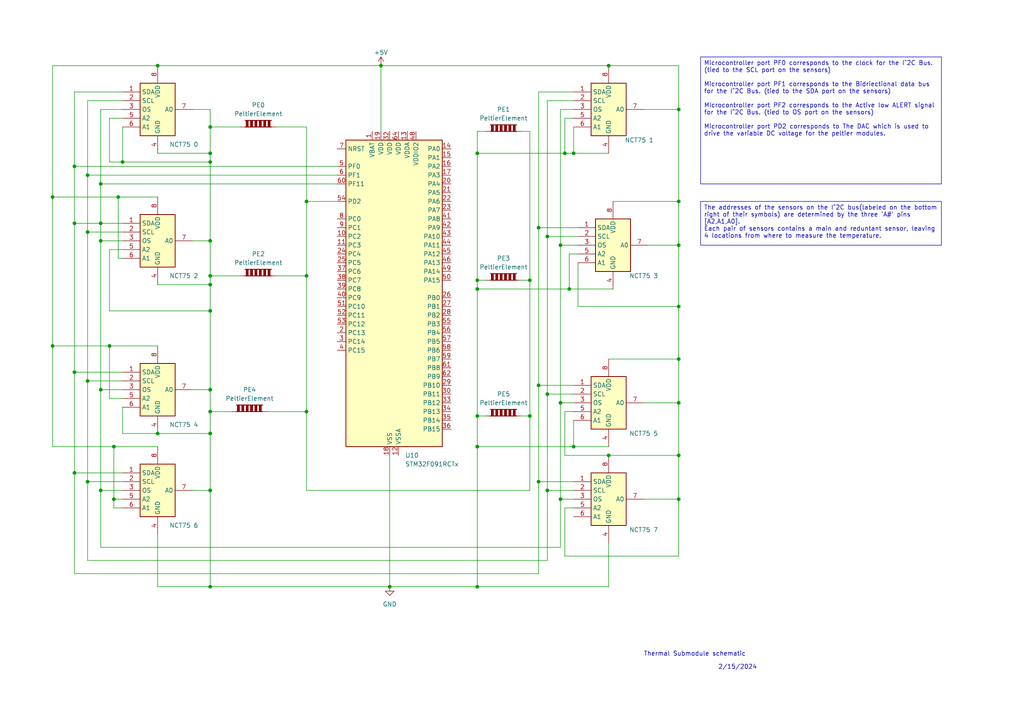
<source format=kicad_sch>
(kicad_sch (version 20230121) (generator eeschema)

  (uuid 2860e98e-70eb-4f96-a5a5-9282396e7ba7)

  (paper "A4")

  (lib_symbols
    (symbol "74AUP1G99_1" (in_bom yes) (on_board yes)
      (property "Reference" "U2" (at 11.43 3.1241 0)
        (effects (font (size 1.27 1.27)) hide)
      )
      (property "Value" "NCT75 2" (at 7.62 -10.16 0)
        (effects (font (size 1.27 1.27)))
      )
      (property "Footprint" "" (at 0 0 0)
        (effects (font (size 1.27 1.27)) hide)
      )
      (property "Datasheet" "https://www.onsemi.com/pdf/datasheet/nct75-d.pdf" (at 10.16 13.97 0)
        (effects (font (size 1.27 1.27)) hide)
      )
      (property "ki_keywords" "Configurable Single Gate LVC CMOS" (at 0 0 0)
        (effects (font (size 1.27 1.27)) hide)
      )
      (property "ki_description" "Configurable Multi-Function Single Gate, Low-Voltage CMOS" (at 0 0 0)
        (effects (font (size 1.27 1.27)) hide)
      )
      (property "ki_fp_filters" "SSOP* VSSOP*" (at 0 0 0)
        (effects (font (size 1.27 1.27)) hide)
      )
      (symbol "74AUP1G99_1_0_1"
        (rectangle (start -5.08 7.62) (end 5.08 -7.62)
          (stroke (width 0.254) (type default))
          (fill (type background))
        )
      )
      (symbol "74AUP1G99_1_1_1"
        (pin bidirectional line (at -10.16 5.08 0) (length 5.08)
          (name "SDA" (effects (font (size 1.27 1.27))))
          (number "1" (effects (font (size 1.27 1.27))))
        )
        (pin bidirectional line (at -10.16 2.54 0) (length 5.08)
          (name "SCL" (effects (font (size 1.27 1.27))))
          (number "2" (effects (font (size 1.27 1.27))))
        )
        (pin input line (at -10.16 0 0) (length 5.08)
          (name "OS" (effects (font (size 1.27 1.27))))
          (number "3" (effects (font (size 1.27 1.27))))
        )
        (pin power_in line (at 0 -12.7 90) (length 5.08)
          (name "GND" (effects (font (size 1.27 1.27))))
          (number "4" (effects (font (size 1.27 1.27))))
        )
        (pin input line (at -10.16 -2.54 0) (length 5.08)
          (name "A2" (effects (font (size 1.27 1.27))))
          (number "5" (effects (font (size 1.27 1.27))))
        )
        (pin input line (at -10.16 -5.08 0) (length 5.08)
          (name "A1" (effects (font (size 1.27 1.27))))
          (number "6" (effects (font (size 1.27 1.27))))
        )
        (pin input line (at 10.16 0 180) (length 5.08)
          (name "A0" (effects (font (size 1.27 1.27))))
          (number "7" (effects (font (size 1.27 1.27))))
        )
        (pin power_in line (at 0 12.7 270) (length 5.08)
          (name "VDD" (effects (font (size 1.27 1.27))))
          (number "8" (effects (font (size 1.27 1.27))))
        )
      )
    )
    (symbol "74AUP1G99_2" (in_bom yes) (on_board yes)
      (property "Reference" "U8" (at 11.43 3.1241 0)
        (effects (font (size 1.27 1.27)) hide)
      )
      (property "Value" "NCT75 0" (at 7.62 -10.16 0)
        (effects (font (size 1.27 1.27)))
      )
      (property "Footprint" "" (at 0 0 0)
        (effects (font (size 1.27 1.27)) hide)
      )
      (property "Datasheet" "https://www.onsemi.com/pdf/datasheet/nct75-d.pdf" (at 10.16 13.97 0)
        (effects (font (size 1.27 1.27)) hide)
      )
      (property "ki_keywords" "Configurable Single Gate LVC CMOS" (at 0 0 0)
        (effects (font (size 1.27 1.27)) hide)
      )
      (property "ki_description" "Configurable Multi-Function Single Gate, Low-Voltage CMOS" (at 0 0 0)
        (effects (font (size 1.27 1.27)) hide)
      )
      (property "ki_fp_filters" "SSOP* VSSOP*" (at 0 0 0)
        (effects (font (size 1.27 1.27)) hide)
      )
      (symbol "74AUP1G99_2_0_1"
        (rectangle (start -5.08 7.62) (end 5.08 -7.62)
          (stroke (width 0.254) (type default))
          (fill (type background))
        )
      )
      (symbol "74AUP1G99_2_1_1"
        (pin bidirectional line (at -10.16 5.08 0) (length 5.08)
          (name "SDA" (effects (font (size 1.27 1.27))))
          (number "1" (effects (font (size 1.27 1.27))))
        )
        (pin bidirectional line (at -10.16 2.54 0) (length 5.08)
          (name "SCL" (effects (font (size 1.27 1.27))))
          (number "2" (effects (font (size 1.27 1.27))))
        )
        (pin input line (at -10.16 0 0) (length 5.08)
          (name "OS" (effects (font (size 1.27 1.27))))
          (number "3" (effects (font (size 1.27 1.27))))
        )
        (pin power_in line (at 0 -12.7 90) (length 5.08)
          (name "GND" (effects (font (size 1.27 1.27))))
          (number "4" (effects (font (size 1.27 1.27))))
        )
        (pin input line (at -10.16 -2.54 0) (length 5.08)
          (name "A2" (effects (font (size 1.27 1.27))))
          (number "5" (effects (font (size 1.27 1.27))))
        )
        (pin input line (at -10.16 -5.08 0) (length 5.08)
          (name "A1" (effects (font (size 1.27 1.27))))
          (number "6" (effects (font (size 1.27 1.27))))
        )
        (pin input line (at 10.16 0 180) (length 5.08)
          (name "A0" (effects (font (size 1.27 1.27))))
          (number "7" (effects (font (size 1.27 1.27))))
        )
        (pin power_in line (at 0 12.7 270) (length 5.08)
          (name "VDD" (effects (font (size 1.27 1.27))))
          (number "8" (effects (font (size 1.27 1.27))))
        )
      )
    )
    (symbol "74AUP1G99_3" (in_bom yes) (on_board yes)
      (property "Reference" "U5" (at 11.43 3.1241 0)
        (effects (font (size 1.27 1.27)) hide)
      )
      (property "Value" "NCT75 4" (at 7.62 -10.16 0)
        (effects (font (size 1.27 1.27)))
      )
      (property "Footprint" "" (at 0 0 0)
        (effects (font (size 1.27 1.27)) hide)
      )
      (property "Datasheet" "https://www.onsemi.com/pdf/datasheet/nct75-d.pdf" (at 10.16 13.97 0)
        (effects (font (size 1.27 1.27)) hide)
      )
      (property "ki_keywords" "Configurable Single Gate LVC CMOS" (at 0 0 0)
        (effects (font (size 1.27 1.27)) hide)
      )
      (property "ki_description" "Configurable Multi-Function Single Gate, Low-Voltage CMOS" (at 0 0 0)
        (effects (font (size 1.27 1.27)) hide)
      )
      (property "ki_fp_filters" "SSOP* VSSOP*" (at 0 0 0)
        (effects (font (size 1.27 1.27)) hide)
      )
      (symbol "74AUP1G99_3_0_1"
        (rectangle (start -5.08 7.62) (end 5.08 -7.62)
          (stroke (width 0.254) (type default))
          (fill (type background))
        )
      )
      (symbol "74AUP1G99_3_1_1"
        (pin bidirectional line (at -10.16 5.08 0) (length 5.08)
          (name "SDA" (effects (font (size 1.27 1.27))))
          (number "1" (effects (font (size 1.27 1.27))))
        )
        (pin bidirectional line (at -10.16 2.54 0) (length 5.08)
          (name "SCL" (effects (font (size 1.27 1.27))))
          (number "2" (effects (font (size 1.27 1.27))))
        )
        (pin input line (at -10.16 0 0) (length 5.08)
          (name "OS" (effects (font (size 1.27 1.27))))
          (number "3" (effects (font (size 1.27 1.27))))
        )
        (pin power_in line (at 0 -12.7 90) (length 5.08)
          (name "GND" (effects (font (size 1.27 1.27))))
          (number "4" (effects (font (size 1.27 1.27))))
        )
        (pin input line (at -10.16 -2.54 0) (length 5.08)
          (name "A2" (effects (font (size 1.27 1.27))))
          (number "5" (effects (font (size 1.27 1.27))))
        )
        (pin input line (at -10.16 -5.08 0) (length 5.08)
          (name "A1" (effects (font (size 1.27 1.27))))
          (number "6" (effects (font (size 1.27 1.27))))
        )
        (pin input line (at 10.16 0 180) (length 5.08)
          (name "A0" (effects (font (size 1.27 1.27))))
          (number "7" (effects (font (size 1.27 1.27))))
        )
        (pin power_in line (at 0 12.7 270) (length 5.08)
          (name "VDD" (effects (font (size 1.27 1.27))))
          (number "8" (effects (font (size 1.27 1.27))))
        )
      )
    )
    (symbol "74AUP1G99_4" (in_bom yes) (on_board yes)
      (property "Reference" "U4" (at 11.43 3.1241 0)
        (effects (font (size 1.27 1.27)) hide)
      )
      (property "Value" "NCT75 6" (at 7.62 -10.16 0)
        (effects (font (size 1.27 1.27)))
      )
      (property "Footprint" "" (at 0 0 0)
        (effects (font (size 1.27 1.27)) hide)
      )
      (property "Datasheet" "https://www.onsemi.com/pdf/datasheet/nct75-d.pdf" (at 10.16 13.97 0)
        (effects (font (size 1.27 1.27)) hide)
      )
      (property "ki_keywords" "Configurable Single Gate LVC CMOS" (at 0 0 0)
        (effects (font (size 1.27 1.27)) hide)
      )
      (property "ki_description" "Configurable Multi-Function Single Gate, Low-Voltage CMOS" (at 0 0 0)
        (effects (font (size 1.27 1.27)) hide)
      )
      (property "ki_fp_filters" "SSOP* VSSOP*" (at 0 0 0)
        (effects (font (size 1.27 1.27)) hide)
      )
      (symbol "74AUP1G99_4_0_1"
        (rectangle (start -5.08 7.62) (end 5.08 -7.62)
          (stroke (width 0.254) (type default))
          (fill (type background))
        )
      )
      (symbol "74AUP1G99_4_1_1"
        (pin bidirectional line (at -10.16 5.08 0) (length 5.08)
          (name "SDA" (effects (font (size 1.27 1.27))))
          (number "1" (effects (font (size 1.27 1.27))))
        )
        (pin bidirectional line (at -10.16 2.54 0) (length 5.08)
          (name "SCL" (effects (font (size 1.27 1.27))))
          (number "2" (effects (font (size 1.27 1.27))))
        )
        (pin input line (at -10.16 0 0) (length 5.08)
          (name "OS" (effects (font (size 1.27 1.27))))
          (number "3" (effects (font (size 1.27 1.27))))
        )
        (pin power_in line (at 0 -12.7 90) (length 5.08)
          (name "GND" (effects (font (size 1.27 1.27))))
          (number "4" (effects (font (size 1.27 1.27))))
        )
        (pin input line (at -10.16 -2.54 0) (length 5.08)
          (name "A2" (effects (font (size 1.27 1.27))))
          (number "5" (effects (font (size 1.27 1.27))))
        )
        (pin input line (at -10.16 -5.08 0) (length 5.08)
          (name "A1" (effects (font (size 1.27 1.27))))
          (number "6" (effects (font (size 1.27 1.27))))
        )
        (pin input line (at 10.16 0 180) (length 5.08)
          (name "A0" (effects (font (size 1.27 1.27))))
          (number "7" (effects (font (size 1.27 1.27))))
        )
        (pin power_in line (at 0 12.7 270) (length 5.08)
          (name "VDD" (effects (font (size 1.27 1.27))))
          (number "8" (effects (font (size 1.27 1.27))))
        )
      )
    )
    (symbol "74AUP1G99_5" (in_bom yes) (on_board yes)
      (property "Reference" "U9" (at 11.43 3.1241 0)
        (effects (font (size 1.27 1.27)) hide)
      )
      (property "Value" "NCT75 3" (at 8.89 -8.89 0)
        (effects (font (size 1.27 1.27)))
      )
      (property "Footprint" "" (at 0 0 0)
        (effects (font (size 1.27 1.27)) hide)
      )
      (property "Datasheet" "https://www.onsemi.com/pdf/datasheet/nct75-d.pdf" (at 10.16 13.97 0)
        (effects (font (size 1.27 1.27)) hide)
      )
      (property "ki_keywords" "Configurable Single Gate LVC CMOS" (at 0 0 0)
        (effects (font (size 1.27 1.27)) hide)
      )
      (property "ki_description" "Configurable Multi-Function Single Gate, Low-Voltage CMOS" (at 0 0 0)
        (effects (font (size 1.27 1.27)) hide)
      )
      (property "ki_fp_filters" "SSOP* VSSOP*" (at 0 0 0)
        (effects (font (size 1.27 1.27)) hide)
      )
      (symbol "74AUP1G99_5_0_1"
        (rectangle (start -5.08 7.62) (end 5.08 -7.62)
          (stroke (width 0.254) (type default))
          (fill (type background))
        )
      )
      (symbol "74AUP1G99_5_1_1"
        (pin bidirectional line (at -10.16 5.08 0) (length 5.08)
          (name "SDA" (effects (font (size 1.27 1.27))))
          (number "1" (effects (font (size 1.27 1.27))))
        )
        (pin bidirectional line (at -10.16 2.54 0) (length 5.08)
          (name "SCL" (effects (font (size 1.27 1.27))))
          (number "2" (effects (font (size 1.27 1.27))))
        )
        (pin input line (at -10.16 0 0) (length 5.08)
          (name "OS" (effects (font (size 1.27 1.27))))
          (number "3" (effects (font (size 1.27 1.27))))
        )
        (pin power_in line (at 0 -12.7 90) (length 5.08)
          (name "GND" (effects (font (size 1.27 1.27))))
          (number "4" (effects (font (size 1.27 1.27))))
        )
        (pin input line (at -10.16 -2.54 0) (length 5.08)
          (name "A2" (effects (font (size 1.27 1.27))))
          (number "5" (effects (font (size 1.27 1.27))))
        )
        (pin input line (at -10.16 -5.08 0) (length 5.08)
          (name "A1" (effects (font (size 1.27 1.27))))
          (number "6" (effects (font (size 1.27 1.27))))
        )
        (pin input line (at 10.16 0 180) (length 5.08)
          (name "A0" (effects (font (size 1.27 1.27))))
          (number "7" (effects (font (size 1.27 1.27))))
        )
        (pin power_in line (at 0 12.7 270) (length 5.08)
          (name "VDD" (effects (font (size 1.27 1.27))))
          (number "8" (effects (font (size 1.27 1.27))))
        )
      )
    )
    (symbol "74AUP1G99_6" (in_bom yes) (on_board yes)
      (property "Reference" "U3" (at 11.43 3.1241 0)
        (effects (font (size 1.27 1.27)) hide)
      )
      (property "Value" "NCT75 1" (at 8.89 -8.89 0)
        (effects (font (size 1.27 1.27)))
      )
      (property "Footprint" "" (at 0 0 0)
        (effects (font (size 1.27 1.27)) hide)
      )
      (property "Datasheet" "https://www.onsemi.com/pdf/datasheet/nct75-d.pdf" (at 10.16 13.97 0)
        (effects (font (size 1.27 1.27)) hide)
      )
      (property "ki_keywords" "Configurable Single Gate LVC CMOS" (at 0 0 0)
        (effects (font (size 1.27 1.27)) hide)
      )
      (property "ki_description" "Configurable Multi-Function Single Gate, Low-Voltage CMOS" (at 0 0 0)
        (effects (font (size 1.27 1.27)) hide)
      )
      (property "ki_fp_filters" "SSOP* VSSOP*" (at 0 0 0)
        (effects (font (size 1.27 1.27)) hide)
      )
      (symbol "74AUP1G99_6_0_1"
        (rectangle (start -5.08 7.62) (end 5.08 -7.62)
          (stroke (width 0.254) (type default))
          (fill (type background))
        )
      )
      (symbol "74AUP1G99_6_1_1"
        (pin bidirectional line (at -10.16 5.08 0) (length 5.08)
          (name "SDA" (effects (font (size 1.27 1.27))))
          (number "1" (effects (font (size 1.27 1.27))))
        )
        (pin bidirectional line (at -10.16 2.54 0) (length 5.08)
          (name "SCL" (effects (font (size 1.27 1.27))))
          (number "2" (effects (font (size 1.27 1.27))))
        )
        (pin input line (at -10.16 0 0) (length 5.08)
          (name "OS" (effects (font (size 1.27 1.27))))
          (number "3" (effects (font (size 1.27 1.27))))
        )
        (pin power_in line (at 0 -12.7 90) (length 5.08)
          (name "GND" (effects (font (size 1.27 1.27))))
          (number "4" (effects (font (size 1.27 1.27))))
        )
        (pin input line (at -10.16 -2.54 0) (length 5.08)
          (name "A2" (effects (font (size 1.27 1.27))))
          (number "5" (effects (font (size 1.27 1.27))))
        )
        (pin input line (at -10.16 -5.08 0) (length 5.08)
          (name "A1" (effects (font (size 1.27 1.27))))
          (number "6" (effects (font (size 1.27 1.27))))
        )
        (pin input line (at 10.16 0 180) (length 5.08)
          (name "A0" (effects (font (size 1.27 1.27))))
          (number "7" (effects (font (size 1.27 1.27))))
        )
        (pin power_in line (at 0 12.7 270) (length 5.08)
          (name "VDD" (effects (font (size 1.27 1.27))))
          (number "8" (effects (font (size 1.27 1.27))))
        )
      )
    )
    (symbol "74AUP1G99_7" (in_bom yes) (on_board yes)
      (property "Reference" "U7" (at 11.43 3.1241 0)
        (effects (font (size 1.27 1.27)) hide)
      )
      (property "Value" "NCT75 5" (at 10.16 -8.89 0)
        (effects (font (size 1.27 1.27)))
      )
      (property "Footprint" "" (at 0 0 0)
        (effects (font (size 1.27 1.27)) hide)
      )
      (property "Datasheet" "https://www.onsemi.com/pdf/datasheet/nct75-d.pdf" (at 10.16 13.97 0)
        (effects (font (size 1.27 1.27)) hide)
      )
      (property "ki_keywords" "Configurable Single Gate LVC CMOS" (at 0 0 0)
        (effects (font (size 1.27 1.27)) hide)
      )
      (property "ki_description" "Configurable Multi-Function Single Gate, Low-Voltage CMOS" (at 0 0 0)
        (effects (font (size 1.27 1.27)) hide)
      )
      (property "ki_fp_filters" "SSOP* VSSOP*" (at 0 0 0)
        (effects (font (size 1.27 1.27)) hide)
      )
      (symbol "74AUP1G99_7_0_1"
        (rectangle (start -5.08 7.62) (end 5.08 -7.62)
          (stroke (width 0.254) (type default))
          (fill (type background))
        )
      )
      (symbol "74AUP1G99_7_1_1"
        (pin bidirectional line (at -10.16 5.08 0) (length 5.08)
          (name "SDA" (effects (font (size 1.27 1.27))))
          (number "1" (effects (font (size 1.27 1.27))))
        )
        (pin bidirectional line (at -10.16 2.54 0) (length 5.08)
          (name "SCL" (effects (font (size 1.27 1.27))))
          (number "2" (effects (font (size 1.27 1.27))))
        )
        (pin input line (at -10.16 0 0) (length 5.08)
          (name "OS" (effects (font (size 1.27 1.27))))
          (number "3" (effects (font (size 1.27 1.27))))
        )
        (pin power_in line (at 0 -12.7 90) (length 5.08)
          (name "GND" (effects (font (size 1.27 1.27))))
          (number "4" (effects (font (size 1.27 1.27))))
        )
        (pin input line (at -10.16 -2.54 0) (length 5.08)
          (name "A2" (effects (font (size 1.27 1.27))))
          (number "5" (effects (font (size 1.27 1.27))))
        )
        (pin input line (at -10.16 -5.08 0) (length 5.08)
          (name "A1" (effects (font (size 1.27 1.27))))
          (number "6" (effects (font (size 1.27 1.27))))
        )
        (pin input line (at 10.16 0 180) (length 5.08)
          (name "A0" (effects (font (size 1.27 1.27))))
          (number "7" (effects (font (size 1.27 1.27))))
        )
        (pin power_in line (at 0 12.7 270) (length 5.08)
          (name "VDD" (effects (font (size 1.27 1.27))))
          (number "8" (effects (font (size 1.27 1.27))))
        )
      )
    )
    (symbol "74xGxx:74AUP1G99" (in_bom yes) (on_board yes)
      (property "Reference" "U6" (at 11.43 3.1241 0)
        (effects (font (size 1.27 1.27)) hide)
      )
      (property "Value" "NCT75 7" (at 10.16 -8.89 0)
        (effects (font (size 1.27 1.27)))
      )
      (property "Footprint" "" (at 0 0 0)
        (effects (font (size 1.27 1.27)) hide)
      )
      (property "Datasheet" "https://www.onsemi.com/pdf/datasheet/nct75-d.pdf" (at 10.16 13.97 0)
        (effects (font (size 1.27 1.27)) hide)
      )
      (property "ki_keywords" "Configurable Single Gate LVC CMOS" (at 0 0 0)
        (effects (font (size 1.27 1.27)) hide)
      )
      (property "ki_description" "Configurable Multi-Function Single Gate, Low-Voltage CMOS" (at 0 0 0)
        (effects (font (size 1.27 1.27)) hide)
      )
      (property "ki_fp_filters" "SSOP* VSSOP*" (at 0 0 0)
        (effects (font (size 1.27 1.27)) hide)
      )
      (symbol "74AUP1G99_0_1"
        (rectangle (start -5.08 7.62) (end 5.08 -7.62)
          (stroke (width 0.254) (type default))
          (fill (type background))
        )
      )
      (symbol "74AUP1G99_1_1"
        (pin bidirectional line (at -10.16 5.08 0) (length 5.08)
          (name "SDA" (effects (font (size 1.27 1.27))))
          (number "1" (effects (font (size 1.27 1.27))))
        )
        (pin bidirectional line (at -10.16 2.54 0) (length 5.08)
          (name "SCL" (effects (font (size 1.27 1.27))))
          (number "2" (effects (font (size 1.27 1.27))))
        )
        (pin input line (at -10.16 0 0) (length 5.08)
          (name "OS" (effects (font (size 1.27 1.27))))
          (number "3" (effects (font (size 1.27 1.27))))
        )
        (pin power_in line (at 0 -12.7 90) (length 5.08)
          (name "GND" (effects (font (size 1.27 1.27))))
          (number "4" (effects (font (size 1.27 1.27))))
        )
        (pin input line (at -10.16 -2.54 0) (length 5.08)
          (name "A2" (effects (font (size 1.27 1.27))))
          (number "5" (effects (font (size 1.27 1.27))))
        )
        (pin input line (at -10.16 -5.08 0) (length 5.08)
          (name "A1" (effects (font (size 1.27 1.27))))
          (number "6" (effects (font (size 1.27 1.27))))
        )
        (pin input line (at 10.16 0 180) (length 5.08)
          (name "A0" (effects (font (size 1.27 1.27))))
          (number "7" (effects (font (size 1.27 1.27))))
        )
        (pin power_in line (at 0 12.7 270) (length 5.08)
          (name "VDD" (effects (font (size 1.27 1.27))))
          (number "8" (effects (font (size 1.27 1.27))))
        )
      )
    )
    (symbol "Device:PeltierElement" (pin_numbers hide) (pin_names (offset 0)) (in_bom yes) (on_board yes)
      (property "Reference" "PE" (at 0 3.175 0)
        (effects (font (size 1.27 1.27)))
      )
      (property "Value" "PeltierElement" (at 0 -1.27 0)
        (effects (font (size 1.27 1.27)))
      )
      (property "Footprint" "" (at 0 -1.778 0)
        (effects (font (size 1.27 1.27)) hide)
      )
      (property "Datasheet" "~" (at 0 0.635 90)
        (effects (font (size 1.27 1.27)) hide)
      )
      (property "ki_keywords" "Peltier TEC" (at 0 0 0)
        (effects (font (size 1.27 1.27)) hide)
      )
      (property "ki_description" "Peltier element, thermoelectric cooler" (at 0 0 0)
        (effects (font (size 1.27 1.27)) hide)
      )
      (symbol "PeltierElement_0_1"
        (rectangle (start -3.556 1.905) (end -2.921 0)
          (stroke (width 0) (type default))
          (fill (type outline))
        )
        (rectangle (start -2.286 1.905) (end -1.651 0)
          (stroke (width 0) (type default))
          (fill (type outline))
        )
        (rectangle (start -0.381 1.905) (end -1.016 0)
          (stroke (width 0) (type default))
          (fill (type outline))
        )
        (polyline
          (pts
            (xy -3.81 0)
            (xy 3.81 0)
          )
          (stroke (width 0.254) (type default))
          (fill (type outline))
        )
        (polyline
          (pts
            (xy -3.81 1.905)
            (xy 3.81 1.905)
          )
          (stroke (width 0.254) (type default))
          (fill (type none))
        )
        (rectangle (start 0.889 1.905) (end 0.254 0)
          (stroke (width 0) (type default))
          (fill (type outline))
        )
        (rectangle (start 1.524 0) (end 2.159 1.905)
          (stroke (width 0) (type default))
          (fill (type outline))
        )
        (rectangle (start 2.794 0) (end 3.429 1.905)
          (stroke (width 0) (type default))
          (fill (type outline))
        )
      )
      (symbol "PeltierElement_1_1"
        (pin passive line (at -5.08 0 0) (length 1.27)
          (name "~" (effects (font (size 1.27 1.27))))
          (number "1" (effects (font (size 1.27 1.27))))
        )
        (pin passive line (at 5.08 0 180) (length 1.27)
          (name "~" (effects (font (size 1.27 1.27))))
          (number "2" (effects (font (size 1.27 1.27))))
        )
      )
    )
    (symbol "MCU_ST_STM32F0:STM32F091RCTx" (in_bom yes) (on_board yes)
      (property "Reference" "U" (at -12.7 46.99 0)
        (effects (font (size 1.27 1.27)) (justify left))
      )
      (property "Value" "STM32F091RCTx" (at 10.16 46.99 0)
        (effects (font (size 1.27 1.27)) (justify left))
      )
      (property "Footprint" "Package_QFP:LQFP-64_10x10mm_P0.5mm" (at -12.7 -43.18 0)
        (effects (font (size 1.27 1.27)) (justify right) hide)
      )
      (property "Datasheet" "https://www.st.com/resource/en/datasheet/stm32f091rc.pdf" (at 0 0 0)
        (effects (font (size 1.27 1.27)) hide)
      )
      (property "ki_locked" "" (at 0 0 0)
        (effects (font (size 1.27 1.27)))
      )
      (property "ki_keywords" "Arm Cortex-M0 STM32F0 STM32F0x1" (at 0 0 0)
        (effects (font (size 1.27 1.27)) hide)
      )
      (property "ki_description" "STMicroelectronics Arm Cortex-M0 MCU, 256KB flash, 32KB RAM, 48 MHz, 2.0-3.6V, 52 GPIO, LQFP64" (at 0 0 0)
        (effects (font (size 1.27 1.27)) hide)
      )
      (property "ki_fp_filters" "LQFP*10x10mm*P0.5mm*" (at 0 0 0)
        (effects (font (size 1.27 1.27)) hide)
      )
      (symbol "STM32F091RCTx_0_1"
        (rectangle (start -12.7 -43.18) (end 15.24 45.72)
          (stroke (width 0.254) (type default))
          (fill (type background))
        )
      )
      (symbol "STM32F091RCTx_1_1"
        (pin power_in line (at -5.08 48.26 270) (length 2.54)
          (name "VBAT" (effects (font (size 1.27 1.27))))
          (number "1" (effects (font (size 1.27 1.27))))
        )
        (pin bidirectional line (at -15.24 17.78 0) (length 2.54)
          (name "PC2" (effects (font (size 1.27 1.27))))
          (number "10" (effects (font (size 1.27 1.27))))
          (alternate "ADC_IN12" bidirectional line)
          (alternate "I2S2_MCK" bidirectional line)
          (alternate "SPI2_MISO" bidirectional line)
          (alternate "USART8_TX" bidirectional line)
        )
        (pin bidirectional line (at -15.24 15.24 0) (length 2.54)
          (name "PC3" (effects (font (size 1.27 1.27))))
          (number "11" (effects (font (size 1.27 1.27))))
          (alternate "ADC_IN13" bidirectional line)
          (alternate "I2S2_SD" bidirectional line)
          (alternate "SPI2_MOSI" bidirectional line)
          (alternate "USART8_RX" bidirectional line)
        )
        (pin power_in line (at 2.54 -45.72 90) (length 2.54)
          (name "VSSA" (effects (font (size 1.27 1.27))))
          (number "12" (effects (font (size 1.27 1.27))))
        )
        (pin power_in line (at 5.08 48.26 270) (length 2.54)
          (name "VDDA" (effects (font (size 1.27 1.27))))
          (number "13" (effects (font (size 1.27 1.27))))
        )
        (pin bidirectional line (at 17.78 43.18 180) (length 2.54)
          (name "PA0" (effects (font (size 1.27 1.27))))
          (number "14" (effects (font (size 1.27 1.27))))
          (alternate "ADC_IN0" bidirectional line)
          (alternate "COMP1_INM" bidirectional line)
          (alternate "COMP1_OUT" bidirectional line)
          (alternate "RTC_TAMP2" bidirectional line)
          (alternate "SYS_WKUP1" bidirectional line)
          (alternate "TIM2_CH1" bidirectional line)
          (alternate "TIM2_ETR" bidirectional line)
          (alternate "TSC_G1_IO1" bidirectional line)
          (alternate "USART2_CTS" bidirectional line)
          (alternate "USART4_TX" bidirectional line)
        )
        (pin bidirectional line (at 17.78 40.64 180) (length 2.54)
          (name "PA1" (effects (font (size 1.27 1.27))))
          (number "15" (effects (font (size 1.27 1.27))))
          (alternate "ADC_IN1" bidirectional line)
          (alternate "COMP1_INP" bidirectional line)
          (alternate "TIM15_CH1N" bidirectional line)
          (alternate "TIM2_CH2" bidirectional line)
          (alternate "TSC_G1_IO2" bidirectional line)
          (alternate "USART2_DE" bidirectional line)
          (alternate "USART2_RTS" bidirectional line)
          (alternate "USART4_RX" bidirectional line)
        )
        (pin bidirectional line (at 17.78 38.1 180) (length 2.54)
          (name "PA2" (effects (font (size 1.27 1.27))))
          (number "16" (effects (font (size 1.27 1.27))))
          (alternate "ADC_IN2" bidirectional line)
          (alternate "COMP2_INM" bidirectional line)
          (alternate "COMP2_OUT" bidirectional line)
          (alternate "SYS_WKUP4" bidirectional line)
          (alternate "TIM15_CH1" bidirectional line)
          (alternate "TIM2_CH3" bidirectional line)
          (alternate "TSC_G1_IO3" bidirectional line)
          (alternate "USART2_TX" bidirectional line)
        )
        (pin bidirectional line (at 17.78 35.56 180) (length 2.54)
          (name "PA3" (effects (font (size 1.27 1.27))))
          (number "17" (effects (font (size 1.27 1.27))))
          (alternate "ADC_IN3" bidirectional line)
          (alternate "COMP2_INP" bidirectional line)
          (alternate "TIM15_CH2" bidirectional line)
          (alternate "TIM2_CH4" bidirectional line)
          (alternate "TSC_G1_IO4" bidirectional line)
          (alternate "USART2_RX" bidirectional line)
        )
        (pin power_in line (at 0 -45.72 90) (length 2.54)
          (name "VSS" (effects (font (size 1.27 1.27))))
          (number "18" (effects (font (size 1.27 1.27))))
        )
        (pin power_in line (at -2.54 48.26 270) (length 2.54)
          (name "VDD" (effects (font (size 1.27 1.27))))
          (number "19" (effects (font (size 1.27 1.27))))
        )
        (pin bidirectional line (at -15.24 -10.16 0) (length 2.54)
          (name "PC13" (effects (font (size 1.27 1.27))))
          (number "2" (effects (font (size 1.27 1.27))))
          (alternate "RTC_OUT_ALARM" bidirectional line)
          (alternate "RTC_OUT_CALIB" bidirectional line)
          (alternate "RTC_TAMP1" bidirectional line)
          (alternate "RTC_TS" bidirectional line)
          (alternate "SYS_WKUP2" bidirectional line)
        )
        (pin bidirectional line (at 17.78 33.02 180) (length 2.54)
          (name "PA4" (effects (font (size 1.27 1.27))))
          (number "20" (effects (font (size 1.27 1.27))))
          (alternate "ADC_IN4" bidirectional line)
          (alternate "COMP1_INM" bidirectional line)
          (alternate "COMP2_INM" bidirectional line)
          (alternate "DAC_OUT1" bidirectional line)
          (alternate "I2S1_WS" bidirectional line)
          (alternate "SPI1_NSS" bidirectional line)
          (alternate "TIM14_CH1" bidirectional line)
          (alternate "TSC_G2_IO1" bidirectional line)
          (alternate "USART2_CK" bidirectional line)
          (alternate "USART6_TX" bidirectional line)
        )
        (pin bidirectional line (at 17.78 30.48 180) (length 2.54)
          (name "PA5" (effects (font (size 1.27 1.27))))
          (number "21" (effects (font (size 1.27 1.27))))
          (alternate "ADC_IN5" bidirectional line)
          (alternate "CEC" bidirectional line)
          (alternate "COMP1_INM" bidirectional line)
          (alternate "COMP2_INM" bidirectional line)
          (alternate "DAC_OUT2" bidirectional line)
          (alternate "I2S1_CK" bidirectional line)
          (alternate "SPI1_SCK" bidirectional line)
          (alternate "TIM2_CH1" bidirectional line)
          (alternate "TIM2_ETR" bidirectional line)
          (alternate "TSC_G2_IO2" bidirectional line)
          (alternate "USART6_RX" bidirectional line)
        )
        (pin bidirectional line (at 17.78 27.94 180) (length 2.54)
          (name "PA6" (effects (font (size 1.27 1.27))))
          (number "22" (effects (font (size 1.27 1.27))))
          (alternate "ADC_IN6" bidirectional line)
          (alternate "COMP1_OUT" bidirectional line)
          (alternate "I2S1_MCK" bidirectional line)
          (alternate "SPI1_MISO" bidirectional line)
          (alternate "TIM16_CH1" bidirectional line)
          (alternate "TIM1_BKIN" bidirectional line)
          (alternate "TIM3_CH1" bidirectional line)
          (alternate "TSC_G2_IO3" bidirectional line)
          (alternate "USART3_CTS" bidirectional line)
        )
        (pin bidirectional line (at 17.78 25.4 180) (length 2.54)
          (name "PA7" (effects (font (size 1.27 1.27))))
          (number "23" (effects (font (size 1.27 1.27))))
          (alternate "ADC_IN7" bidirectional line)
          (alternate "COMP2_OUT" bidirectional line)
          (alternate "I2S1_SD" bidirectional line)
          (alternate "SPI1_MOSI" bidirectional line)
          (alternate "TIM14_CH1" bidirectional line)
          (alternate "TIM17_CH1" bidirectional line)
          (alternate "TIM1_CH1N" bidirectional line)
          (alternate "TIM3_CH2" bidirectional line)
          (alternate "TSC_G2_IO4" bidirectional line)
        )
        (pin bidirectional line (at -15.24 12.7 0) (length 2.54)
          (name "PC4" (effects (font (size 1.27 1.27))))
          (number "24" (effects (font (size 1.27 1.27))))
          (alternate "ADC_IN14" bidirectional line)
          (alternate "USART3_TX" bidirectional line)
        )
        (pin bidirectional line (at -15.24 10.16 0) (length 2.54)
          (name "PC5" (effects (font (size 1.27 1.27))))
          (number "25" (effects (font (size 1.27 1.27))))
          (alternate "ADC_IN15" bidirectional line)
          (alternate "SYS_WKUP5" bidirectional line)
          (alternate "TSC_G3_IO1" bidirectional line)
          (alternate "USART3_RX" bidirectional line)
        )
        (pin bidirectional line (at 17.78 0 180) (length 2.54)
          (name "PB0" (effects (font (size 1.27 1.27))))
          (number "26" (effects (font (size 1.27 1.27))))
          (alternate "ADC_IN8" bidirectional line)
          (alternate "TIM1_CH2N" bidirectional line)
          (alternate "TIM3_CH3" bidirectional line)
          (alternate "TSC_G3_IO2" bidirectional line)
          (alternate "USART3_CK" bidirectional line)
        )
        (pin bidirectional line (at 17.78 -2.54 180) (length 2.54)
          (name "PB1" (effects (font (size 1.27 1.27))))
          (number "27" (effects (font (size 1.27 1.27))))
          (alternate "ADC_IN9" bidirectional line)
          (alternate "TIM14_CH1" bidirectional line)
          (alternate "TIM1_CH3N" bidirectional line)
          (alternate "TIM3_CH4" bidirectional line)
          (alternate "TSC_G3_IO3" bidirectional line)
          (alternate "USART3_DE" bidirectional line)
          (alternate "USART3_RTS" bidirectional line)
        )
        (pin bidirectional line (at 17.78 -5.08 180) (length 2.54)
          (name "PB2" (effects (font (size 1.27 1.27))))
          (number "28" (effects (font (size 1.27 1.27))))
          (alternate "TSC_G3_IO4" bidirectional line)
        )
        (pin bidirectional line (at 17.78 -25.4 180) (length 2.54)
          (name "PB10" (effects (font (size 1.27 1.27))))
          (number "29" (effects (font (size 1.27 1.27))))
          (alternate "CEC" bidirectional line)
          (alternate "I2C2_SCL" bidirectional line)
          (alternate "I2S2_CK" bidirectional line)
          (alternate "SPI2_SCK" bidirectional line)
          (alternate "TIM2_CH3" bidirectional line)
          (alternate "TSC_SYNC" bidirectional line)
          (alternate "USART3_TX" bidirectional line)
        )
        (pin bidirectional line (at -15.24 -12.7 0) (length 2.54)
          (name "PC14" (effects (font (size 1.27 1.27))))
          (number "3" (effects (font (size 1.27 1.27))))
          (alternate "RCC_OSC32_IN" bidirectional line)
        )
        (pin bidirectional line (at 17.78 -27.94 180) (length 2.54)
          (name "PB11" (effects (font (size 1.27 1.27))))
          (number "30" (effects (font (size 1.27 1.27))))
          (alternate "I2C2_SDA" bidirectional line)
          (alternate "TIM2_CH4" bidirectional line)
          (alternate "TSC_G6_IO1" bidirectional line)
          (alternate "USART3_RX" bidirectional line)
        )
        (pin passive line (at 0 -45.72 90) (length 2.54) hide
          (name "VSS" (effects (font (size 1.27 1.27))))
          (number "31" (effects (font (size 1.27 1.27))))
        )
        (pin power_in line (at 0 48.26 270) (length 2.54)
          (name "VDD" (effects (font (size 1.27 1.27))))
          (number "32" (effects (font (size 1.27 1.27))))
        )
        (pin bidirectional line (at 17.78 -30.48 180) (length 2.54)
          (name "PB12" (effects (font (size 1.27 1.27))))
          (number "33" (effects (font (size 1.27 1.27))))
          (alternate "I2S2_WS" bidirectional line)
          (alternate "SPI2_NSS" bidirectional line)
          (alternate "TIM15_BKIN" bidirectional line)
          (alternate "TIM1_BKIN" bidirectional line)
          (alternate "TSC_G6_IO2" bidirectional line)
          (alternate "USART3_CK" bidirectional line)
        )
        (pin bidirectional line (at 17.78 -33.02 180) (length 2.54)
          (name "PB13" (effects (font (size 1.27 1.27))))
          (number "34" (effects (font (size 1.27 1.27))))
          (alternate "I2C2_SCL" bidirectional line)
          (alternate "I2S2_CK" bidirectional line)
          (alternate "SPI2_SCK" bidirectional line)
          (alternate "TIM1_CH1N" bidirectional line)
          (alternate "TSC_G6_IO3" bidirectional line)
          (alternate "USART3_CTS" bidirectional line)
        )
        (pin bidirectional line (at 17.78 -35.56 180) (length 2.54)
          (name "PB14" (effects (font (size 1.27 1.27))))
          (number "35" (effects (font (size 1.27 1.27))))
          (alternate "I2C2_SDA" bidirectional line)
          (alternate "I2S2_MCK" bidirectional line)
          (alternate "SPI2_MISO" bidirectional line)
          (alternate "TIM15_CH1" bidirectional line)
          (alternate "TIM1_CH2N" bidirectional line)
          (alternate "TSC_G6_IO4" bidirectional line)
          (alternate "USART3_DE" bidirectional line)
          (alternate "USART3_RTS" bidirectional line)
        )
        (pin bidirectional line (at 17.78 -38.1 180) (length 2.54)
          (name "PB15" (effects (font (size 1.27 1.27))))
          (number "36" (effects (font (size 1.27 1.27))))
          (alternate "I2S2_SD" bidirectional line)
          (alternate "RTC_REFIN" bidirectional line)
          (alternate "SPI2_MOSI" bidirectional line)
          (alternate "SYS_WKUP7" bidirectional line)
          (alternate "TIM15_CH1N" bidirectional line)
          (alternate "TIM15_CH2" bidirectional line)
          (alternate "TIM1_CH3N" bidirectional line)
        )
        (pin bidirectional line (at -15.24 7.62 0) (length 2.54)
          (name "PC6" (effects (font (size 1.27 1.27))))
          (number "37" (effects (font (size 1.27 1.27))))
          (alternate "TIM3_CH1" bidirectional line)
          (alternate "USART7_TX" bidirectional line)
        )
        (pin bidirectional line (at -15.24 5.08 0) (length 2.54)
          (name "PC7" (effects (font (size 1.27 1.27))))
          (number "38" (effects (font (size 1.27 1.27))))
          (alternate "TIM3_CH2" bidirectional line)
          (alternate "USART7_RX" bidirectional line)
        )
        (pin bidirectional line (at -15.24 2.54 0) (length 2.54)
          (name "PC8" (effects (font (size 1.27 1.27))))
          (number "39" (effects (font (size 1.27 1.27))))
          (alternate "TIM3_CH3" bidirectional line)
          (alternate "USART8_TX" bidirectional line)
        )
        (pin bidirectional line (at -15.24 -15.24 0) (length 2.54)
          (name "PC15" (effects (font (size 1.27 1.27))))
          (number "4" (effects (font (size 1.27 1.27))))
          (alternate "RCC_OSC32_OUT" bidirectional line)
        )
        (pin bidirectional line (at -15.24 0 0) (length 2.54)
          (name "PC9" (effects (font (size 1.27 1.27))))
          (number "40" (effects (font (size 1.27 1.27))))
          (alternate "DAC_EXTI9" bidirectional line)
          (alternate "TIM3_CH4" bidirectional line)
          (alternate "USART8_RX" bidirectional line)
        )
        (pin bidirectional line (at 17.78 22.86 180) (length 2.54)
          (name "PA8" (effects (font (size 1.27 1.27))))
          (number "41" (effects (font (size 1.27 1.27))))
          (alternate "CRS_SYNC" bidirectional line)
          (alternate "RCC_MCO" bidirectional line)
          (alternate "TIM1_CH1" bidirectional line)
          (alternate "USART1_CK" bidirectional line)
        )
        (pin bidirectional line (at 17.78 20.32 180) (length 2.54)
          (name "PA9" (effects (font (size 1.27 1.27))))
          (number "42" (effects (font (size 1.27 1.27))))
          (alternate "DAC_EXTI9" bidirectional line)
          (alternate "I2C1_SCL" bidirectional line)
          (alternate "RCC_MCO" bidirectional line)
          (alternate "TIM15_BKIN" bidirectional line)
          (alternate "TIM1_CH2" bidirectional line)
          (alternate "TSC_G4_IO1" bidirectional line)
          (alternate "USART1_TX" bidirectional line)
        )
        (pin bidirectional line (at 17.78 17.78 180) (length 2.54)
          (name "PA10" (effects (font (size 1.27 1.27))))
          (number "43" (effects (font (size 1.27 1.27))))
          (alternate "I2C1_SDA" bidirectional line)
          (alternate "TIM17_BKIN" bidirectional line)
          (alternate "TIM1_CH3" bidirectional line)
          (alternate "TSC_G4_IO2" bidirectional line)
          (alternate "USART1_RX" bidirectional line)
        )
        (pin bidirectional line (at 17.78 15.24 180) (length 2.54)
          (name "PA11" (effects (font (size 1.27 1.27))))
          (number "44" (effects (font (size 1.27 1.27))))
          (alternate "CAN_RX" bidirectional line)
          (alternate "COMP1_OUT" bidirectional line)
          (alternate "I2C2_SCL" bidirectional line)
          (alternate "TIM1_CH4" bidirectional line)
          (alternate "TSC_G4_IO3" bidirectional line)
          (alternate "USART1_CTS" bidirectional line)
        )
        (pin bidirectional line (at 17.78 12.7 180) (length 2.54)
          (name "PA12" (effects (font (size 1.27 1.27))))
          (number "45" (effects (font (size 1.27 1.27))))
          (alternate "CAN_TX" bidirectional line)
          (alternate "COMP2_OUT" bidirectional line)
          (alternate "I2C2_SDA" bidirectional line)
          (alternate "TIM1_ETR" bidirectional line)
          (alternate "TSC_G4_IO4" bidirectional line)
          (alternate "USART1_DE" bidirectional line)
          (alternate "USART1_RTS" bidirectional line)
        )
        (pin bidirectional line (at 17.78 10.16 180) (length 2.54)
          (name "PA13" (effects (font (size 1.27 1.27))))
          (number "46" (effects (font (size 1.27 1.27))))
          (alternate "IR_OUT" bidirectional line)
          (alternate "SYS_SWDIO" bidirectional line)
        )
        (pin passive line (at 0 -45.72 90) (length 2.54) hide
          (name "VSS" (effects (font (size 1.27 1.27))))
          (number "47" (effects (font (size 1.27 1.27))))
        )
        (pin power_in line (at 7.62 48.26 270) (length 2.54)
          (name "VDDIO2" (effects (font (size 1.27 1.27))))
          (number "48" (effects (font (size 1.27 1.27))))
        )
        (pin bidirectional line (at 17.78 7.62 180) (length 2.54)
          (name "PA14" (effects (font (size 1.27 1.27))))
          (number "49" (effects (font (size 1.27 1.27))))
          (alternate "SYS_SWCLK" bidirectional line)
          (alternate "USART2_TX" bidirectional line)
        )
        (pin bidirectional line (at -15.24 38.1 0) (length 2.54)
          (name "PF0" (effects (font (size 1.27 1.27))))
          (number "5" (effects (font (size 1.27 1.27))))
          (alternate "CRS_SYNC" bidirectional line)
          (alternate "I2C1_SDA" bidirectional line)
          (alternate "RCC_OSC_IN" bidirectional line)
        )
        (pin bidirectional line (at 17.78 5.08 180) (length 2.54)
          (name "PA15" (effects (font (size 1.27 1.27))))
          (number "50" (effects (font (size 1.27 1.27))))
          (alternate "I2S1_WS" bidirectional line)
          (alternate "SPI1_NSS" bidirectional line)
          (alternate "TIM2_CH1" bidirectional line)
          (alternate "TIM2_ETR" bidirectional line)
          (alternate "USART2_RX" bidirectional line)
          (alternate "USART4_DE" bidirectional line)
          (alternate "USART4_RTS" bidirectional line)
        )
        (pin bidirectional line (at -15.24 -2.54 0) (length 2.54)
          (name "PC10" (effects (font (size 1.27 1.27))))
          (number "51" (effects (font (size 1.27 1.27))))
          (alternate "USART3_TX" bidirectional line)
          (alternate "USART4_TX" bidirectional line)
        )
        (pin bidirectional line (at -15.24 -5.08 0) (length 2.54)
          (name "PC11" (effects (font (size 1.27 1.27))))
          (number "52" (effects (font (size 1.27 1.27))))
          (alternate "USART3_RX" bidirectional line)
          (alternate "USART4_RX" bidirectional line)
        )
        (pin bidirectional line (at -15.24 -7.62 0) (length 2.54)
          (name "PC12" (effects (font (size 1.27 1.27))))
          (number "53" (effects (font (size 1.27 1.27))))
          (alternate "USART3_CK" bidirectional line)
          (alternate "USART4_CK" bidirectional line)
          (alternate "USART5_TX" bidirectional line)
        )
        (pin bidirectional line (at -15.24 27.94 0) (length 2.54)
          (name "PD2" (effects (font (size 1.27 1.27))))
          (number "54" (effects (font (size 1.27 1.27))))
          (alternate "TIM3_ETR" bidirectional line)
          (alternate "USART3_DE" bidirectional line)
          (alternate "USART3_RTS" bidirectional line)
          (alternate "USART5_RX" bidirectional line)
        )
        (pin bidirectional line (at 17.78 -7.62 180) (length 2.54)
          (name "PB3" (effects (font (size 1.27 1.27))))
          (number "55" (effects (font (size 1.27 1.27))))
          (alternate "I2S1_CK" bidirectional line)
          (alternate "SPI1_SCK" bidirectional line)
          (alternate "TIM2_CH2" bidirectional line)
          (alternate "TSC_G5_IO1" bidirectional line)
          (alternate "USART5_TX" bidirectional line)
        )
        (pin bidirectional line (at 17.78 -10.16 180) (length 2.54)
          (name "PB4" (effects (font (size 1.27 1.27))))
          (number "56" (effects (font (size 1.27 1.27))))
          (alternate "I2S1_MCK" bidirectional line)
          (alternate "SPI1_MISO" bidirectional line)
          (alternate "TIM17_BKIN" bidirectional line)
          (alternate "TIM3_CH1" bidirectional line)
          (alternate "TSC_G5_IO2" bidirectional line)
          (alternate "USART5_RX" bidirectional line)
        )
        (pin bidirectional line (at 17.78 -12.7 180) (length 2.54)
          (name "PB5" (effects (font (size 1.27 1.27))))
          (number "57" (effects (font (size 1.27 1.27))))
          (alternate "I2C1_SMBA" bidirectional line)
          (alternate "I2S1_SD" bidirectional line)
          (alternate "SPI1_MOSI" bidirectional line)
          (alternate "SYS_WKUP6" bidirectional line)
          (alternate "TIM16_BKIN" bidirectional line)
          (alternate "TIM3_CH2" bidirectional line)
          (alternate "USART5_CK" bidirectional line)
          (alternate "USART5_DE" bidirectional line)
          (alternate "USART5_RTS" bidirectional line)
        )
        (pin bidirectional line (at 17.78 -15.24 180) (length 2.54)
          (name "PB6" (effects (font (size 1.27 1.27))))
          (number "58" (effects (font (size 1.27 1.27))))
          (alternate "I2C1_SCL" bidirectional line)
          (alternate "TIM16_CH1N" bidirectional line)
          (alternate "TSC_G5_IO3" bidirectional line)
          (alternate "USART1_TX" bidirectional line)
        )
        (pin bidirectional line (at 17.78 -17.78 180) (length 2.54)
          (name "PB7" (effects (font (size 1.27 1.27))))
          (number "59" (effects (font (size 1.27 1.27))))
          (alternate "I2C1_SDA" bidirectional line)
          (alternate "TIM17_CH1N" bidirectional line)
          (alternate "TSC_G5_IO4" bidirectional line)
          (alternate "USART1_RX" bidirectional line)
          (alternate "USART4_CTS" bidirectional line)
        )
        (pin bidirectional line (at -15.24 35.56 0) (length 2.54)
          (name "PF1" (effects (font (size 1.27 1.27))))
          (number "6" (effects (font (size 1.27 1.27))))
          (alternate "I2C1_SCL" bidirectional line)
          (alternate "RCC_OSC_OUT" bidirectional line)
        )
        (pin bidirectional line (at -15.24 33.02 0) (length 2.54)
          (name "PF11" (effects (font (size 1.27 1.27))))
          (number "60" (effects (font (size 1.27 1.27))))
        )
        (pin bidirectional line (at 17.78 -20.32 180) (length 2.54)
          (name "PB8" (effects (font (size 1.27 1.27))))
          (number "61" (effects (font (size 1.27 1.27))))
          (alternate "CAN_RX" bidirectional line)
          (alternate "CEC" bidirectional line)
          (alternate "I2C1_SCL" bidirectional line)
          (alternate "TIM16_CH1" bidirectional line)
          (alternate "TSC_SYNC" bidirectional line)
        )
        (pin bidirectional line (at 17.78 -22.86 180) (length 2.54)
          (name "PB9" (effects (font (size 1.27 1.27))))
          (number "62" (effects (font (size 1.27 1.27))))
          (alternate "CAN_TX" bidirectional line)
          (alternate "DAC_EXTI9" bidirectional line)
          (alternate "I2C1_SDA" bidirectional line)
          (alternate "I2S2_WS" bidirectional line)
          (alternate "IR_OUT" bidirectional line)
          (alternate "SPI2_NSS" bidirectional line)
          (alternate "TIM17_CH1" bidirectional line)
        )
        (pin passive line (at 0 -45.72 90) (length 2.54) hide
          (name "VSS" (effects (font (size 1.27 1.27))))
          (number "63" (effects (font (size 1.27 1.27))))
        )
        (pin power_in line (at 2.54 48.26 270) (length 2.54)
          (name "VDD" (effects (font (size 1.27 1.27))))
          (number "64" (effects (font (size 1.27 1.27))))
        )
        (pin input line (at -15.24 43.18 0) (length 2.54)
          (name "NRST" (effects (font (size 1.27 1.27))))
          (number "7" (effects (font (size 1.27 1.27))))
        )
        (pin bidirectional line (at -15.24 22.86 0) (length 2.54)
          (name "PC0" (effects (font (size 1.27 1.27))))
          (number "8" (effects (font (size 1.27 1.27))))
          (alternate "ADC_IN10" bidirectional line)
          (alternate "USART6_TX" bidirectional line)
          (alternate "USART7_TX" bidirectional line)
        )
        (pin bidirectional line (at -15.24 20.32 0) (length 2.54)
          (name "PC1" (effects (font (size 1.27 1.27))))
          (number "9" (effects (font (size 1.27 1.27))))
          (alternate "ADC_IN11" bidirectional line)
          (alternate "USART6_RX" bidirectional line)
          (alternate "USART7_RX" bidirectional line)
        )
      )
    )
    (symbol "power:+5V" (power) (pin_names (offset 0)) (in_bom yes) (on_board yes)
      (property "Reference" "#PWR" (at 0 -3.81 0)
        (effects (font (size 1.27 1.27)) hide)
      )
      (property "Value" "+5V" (at 0 3.556 0)
        (effects (font (size 1.27 1.27)))
      )
      (property "Footprint" "" (at 0 0 0)
        (effects (font (size 1.27 1.27)) hide)
      )
      (property "Datasheet" "" (at 0 0 0)
        (effects (font (size 1.27 1.27)) hide)
      )
      (property "ki_keywords" "global power" (at 0 0 0)
        (effects (font (size 1.27 1.27)) hide)
      )
      (property "ki_description" "Power symbol creates a global label with name \"+5V\"" (at 0 0 0)
        (effects (font (size 1.27 1.27)) hide)
      )
      (symbol "+5V_0_1"
        (polyline
          (pts
            (xy -0.762 1.27)
            (xy 0 2.54)
          )
          (stroke (width 0) (type default))
          (fill (type none))
        )
        (polyline
          (pts
            (xy 0 0)
            (xy 0 2.54)
          )
          (stroke (width 0) (type default))
          (fill (type none))
        )
        (polyline
          (pts
            (xy 0 2.54)
            (xy 0.762 1.27)
          )
          (stroke (width 0) (type default))
          (fill (type none))
        )
      )
      (symbol "+5V_1_1"
        (pin power_in line (at 0 0 90) (length 0) hide
          (name "+5V" (effects (font (size 1.27 1.27))))
          (number "1" (effects (font (size 1.27 1.27))))
        )
      )
    )
    (symbol "power:GND" (power) (pin_names (offset 0)) (in_bom yes) (on_board yes)
      (property "Reference" "#PWR" (at 0 -6.35 0)
        (effects (font (size 1.27 1.27)) hide)
      )
      (property "Value" "GND" (at 0 -3.81 0)
        (effects (font (size 1.27 1.27)))
      )
      (property "Footprint" "" (at 0 0 0)
        (effects (font (size 1.27 1.27)) hide)
      )
      (property "Datasheet" "" (at 0 0 0)
        (effects (font (size 1.27 1.27)) hide)
      )
      (property "ki_keywords" "global power" (at 0 0 0)
        (effects (font (size 1.27 1.27)) hide)
      )
      (property "ki_description" "Power symbol creates a global label with name \"GND\" , ground" (at 0 0 0)
        (effects (font (size 1.27 1.27)) hide)
      )
      (symbol "GND_0_1"
        (polyline
          (pts
            (xy 0 0)
            (xy 0 -1.27)
            (xy 1.27 -1.27)
            (xy 0 -2.54)
            (xy -1.27 -1.27)
            (xy 0 -1.27)
          )
          (stroke (width 0) (type default))
          (fill (type none))
        )
      )
      (symbol "GND_1_1"
        (pin power_in line (at 0 0 270) (length 0) hide
          (name "GND" (effects (font (size 1.27 1.27))))
          (number "1" (effects (font (size 1.27 1.27))))
        )
      )
    )
  )

  (junction (at 35.56 46.99) (diameter 0) (color 0 0 0 0)
    (uuid 00520348-90a8-41e4-a335-3c12ecd53c71)
  )
  (junction (at 60.96 125.73) (diameter 0) (color 0 0 0 0)
    (uuid 034dc44e-d246-4f09-ae30-e11ce3fc9e2c)
  )
  (junction (at 21.59 107.95) (diameter 0) (color 0 0 0 0)
    (uuid 0464f587-7879-4b2d-9c2e-f53f28acba26)
  )
  (junction (at 138.43 83.82) (diameter 0) (color 0 0 0 0)
    (uuid 073bbfb4-f7c1-46e3-a642-3ee1e35e306c)
  )
  (junction (at 21.59 137.16) (diameter 0) (color 0 0 0 0)
    (uuid 07a76854-5d59-4200-87c5-35cad65a6b34)
  )
  (junction (at 196.85 58.42) (diameter 0) (color 0 0 0 0)
    (uuid 0f208747-6e55-4ddc-9924-f84025d22b76)
  )
  (junction (at 60.96 90.17) (diameter 0) (color 0 0 0 0)
    (uuid 1295ab2b-d840-499f-88a2-5a8790f245b4)
  )
  (junction (at 21.59 48.26) (diameter 0) (color 0 0 0 0)
    (uuid 15d7a9ca-9b6c-41f4-98eb-5717406672e2)
  )
  (junction (at 162.56 116.84) (diameter 0) (color 0 0 0 0)
    (uuid 15fdaa93-3602-4729-84f3-89da7566fac3)
  )
  (junction (at 156.21 139.7) (diameter 0) (color 0 0 0 0)
    (uuid 1681d042-7c33-43d2-82c2-20cc58d732e7)
  )
  (junction (at 138.43 44.45) (diameter 0) (color 0 0 0 0)
    (uuid 1b559c6b-4801-47fa-a331-44c2b51621e6)
  )
  (junction (at 138.43 129.54) (diameter 0) (color 0 0 0 0)
    (uuid 1dea2df4-dd94-4a41-9063-d4c40fdf043d)
  )
  (junction (at 162.56 71.12) (diameter 0) (color 0 0 0 0)
    (uuid 233219e7-869a-4e90-856a-bbeaa5ed12b8)
  )
  (junction (at 29.21 142.24) (diameter 0) (color 0 0 0 0)
    (uuid 26a525ba-b817-4100-b1c3-6b43e79728c9)
  )
  (junction (at 60.96 69.85) (diameter 0) (color 0 0 0 0)
    (uuid 32c16b85-542b-4b06-960b-19c6d631889c)
  )
  (junction (at 196.85 132.08) (diameter 0) (color 0 0 0 0)
    (uuid 33480e83-d0c5-49de-bb8c-78092c0f93ee)
  )
  (junction (at 60.96 142.24) (diameter 0) (color 0 0 0 0)
    (uuid 36a06851-2ea9-4485-ba2b-d8a9951ec969)
  )
  (junction (at 196.85 104.14) (diameter 0) (color 0 0 0 0)
    (uuid 37d23164-eda5-4b83-add6-604528bbdaa5)
  )
  (junction (at 158.75 114.3) (diameter 0) (color 0 0 0 0)
    (uuid 382250ef-2621-433a-8e5f-131a309707ec)
  )
  (junction (at 88.9 80.01) (diameter 0) (color 0 0 0 0)
    (uuid 39dc5283-ef83-4072-a15d-68b4146685d7)
  )
  (junction (at 196.85 88.9) (diameter 0) (color 0 0 0 0)
    (uuid 3a8a149c-bdb5-4a0b-8405-fe11deb35530)
  )
  (junction (at 138.43 81.28) (diameter 0) (color 0 0 0 0)
    (uuid 3bc140f0-ec6e-41e1-a6db-df9d5d8a9896)
  )
  (junction (at 33.02 144.78) (diameter 0) (color 0 0 0 0)
    (uuid 3f08e65b-1576-457a-9c81-5ca7ccc67347)
  )
  (junction (at 25.4 139.7) (diameter 0) (color 0 0 0 0)
    (uuid 42dda57f-59b9-4bc6-b389-e14dffae603f)
  )
  (junction (at 196.85 31.75) (diameter 0) (color 0 0 0 0)
    (uuid 44f823d8-8da6-4086-b895-6f573ed47620)
  )
  (junction (at 29.21 64.77) (diameter 0) (color 0 0 0 0)
    (uuid 4c8c7e6b-20c3-4d8a-8e55-4c576f98da22)
  )
  (junction (at 196.85 71.12) (diameter 0) (color 0 0 0 0)
    (uuid 53163dee-bec4-4893-8d80-cd8bd4ade1a8)
  )
  (junction (at 45.72 19.05) (diameter 0) (color 0 0 0 0)
    (uuid 5629f248-b0d3-4812-bc3c-8e456cad43ae)
  )
  (junction (at 156.21 111.76) (diameter 0) (color 0 0 0 0)
    (uuid 5687a081-910d-4cea-97d8-2b20ad178a12)
  )
  (junction (at 113.03 170.18) (diameter 0) (color 0 0 0 0)
    (uuid 59c8ab93-f318-408b-b256-344c73351308)
  )
  (junction (at 25.4 110.49) (diameter 0) (color 0 0 0 0)
    (uuid 5fb478a5-5a68-43b2-9734-e0b2f4b8be2b)
  )
  (junction (at 60.96 82.55) (diameter 0) (color 0 0 0 0)
    (uuid 61c602eb-5d75-4ae7-a119-0256cd8db60e)
  )
  (junction (at 176.53 19.05) (diameter 0) (color 0 0 0 0)
    (uuid 6418f40d-63c4-4e3a-8b9e-a3a5372dece0)
  )
  (junction (at 21.59 64.77) (diameter 0) (color 0 0 0 0)
    (uuid 65f78c13-9d8b-4aec-aac9-022d837f29e2)
  )
  (junction (at 153.67 81.28) (diameter 0) (color 0 0 0 0)
    (uuid 6b58d191-2fd7-4bd7-a2d2-7a88236bc5f9)
  )
  (junction (at 60.96 36.83) (diameter 0) (color 0 0 0 0)
    (uuid 6cd0035b-08c0-4a61-a9ad-550684e4b23f)
  )
  (junction (at 29.21 53.34) (diameter 0) (color 0 0 0 0)
    (uuid 71b5a1e2-37d1-48ee-b558-fe7797e11a97)
  )
  (junction (at 166.37 129.54) (diameter 0) (color 0 0 0 0)
    (uuid 7266df3b-281e-47a8-ab3e-e95b738d6a88)
  )
  (junction (at 34.29 57.15) (diameter 0) (color 0 0 0 0)
    (uuid 78be25d4-9281-41b0-8ba0-31cdaa751cec)
  )
  (junction (at 15.24 100.33) (diameter 0) (color 0 0 0 0)
    (uuid 7c9f49ee-0ed5-47e9-a896-c91e6003e357)
  )
  (junction (at 31.75 100.33) (diameter 0) (color 0 0 0 0)
    (uuid 80dbe136-491c-4ac7-a92f-004f00e712af)
  )
  (junction (at 25.4 50.8) (diameter 0) (color 0 0 0 0)
    (uuid 81beb992-430b-4b00-ba78-12a209ccb856)
  )
  (junction (at 156.21 66.04) (diameter 0) (color 0 0 0 0)
    (uuid 8ce2049c-cde6-465d-af24-56a8a5df8280)
  )
  (junction (at 162.56 144.78) (diameter 0) (color 0 0 0 0)
    (uuid 8dc5627a-6494-4466-bc43-4873a5043a52)
  )
  (junction (at 138.43 170.18) (diameter 0) (color 0 0 0 0)
    (uuid 95e26385-d17d-4ff3-955c-cb386aa998c0)
  )
  (junction (at 196.85 116.84) (diameter 0) (color 0 0 0 0)
    (uuid 9698587b-4c65-4b30-91c0-aed4d3f48f7a)
  )
  (junction (at 138.43 120.65) (diameter 0) (color 0 0 0 0)
    (uuid 97e43a26-625e-40fd-acf7-52a7c840e339)
  )
  (junction (at 60.96 113.03) (diameter 0) (color 0 0 0 0)
    (uuid 989b00e2-0781-47e7-bca2-0694b97cd5c4)
  )
  (junction (at 153.67 120.65) (diameter 0) (color 0 0 0 0)
    (uuid a887ff62-1cbb-4745-b457-613522fb1435)
  )
  (junction (at 60.96 170.18) (diameter 0) (color 0 0 0 0)
    (uuid b09c444c-cec8-469f-b559-c66ed7925131)
  )
  (junction (at 15.24 57.15) (diameter 0) (color 0 0 0 0)
    (uuid b16f7514-5b20-447e-9025-bf6426e284fc)
  )
  (junction (at 25.4 67.31) (diameter 0) (color 0 0 0 0)
    (uuid ba8ecbbb-1b80-4180-b261-461b22b5bea8)
  )
  (junction (at 29.21 113.03) (diameter 0) (color 0 0 0 0)
    (uuid bba9abc7-5330-4a99-bcc6-43e55dc12c5a)
  )
  (junction (at 88.9 119.38) (diameter 0) (color 0 0 0 0)
    (uuid c32d535c-9afc-4f72-8734-7f396d15bcb4)
  )
  (junction (at 110.49 19.05) (diameter 0) (color 0 0 0 0)
    (uuid c5407edc-223f-4ba4-8a8e-8cfa2f4515cd)
  )
  (junction (at 196.85 144.78) (diameter 0) (color 0 0 0 0)
    (uuid c5eb3bba-9b5e-4971-a86c-5c3a0e24cddf)
  )
  (junction (at 29.21 69.85) (diameter 0) (color 0 0 0 0)
    (uuid c7bb995a-a5a1-48d5-9bfd-48e0459b532a)
  )
  (junction (at 45.72 125.73) (diameter 0) (color 0 0 0 0)
    (uuid c7da1c71-d432-4fe4-85fe-b44615c99ea0)
  )
  (junction (at 33.02 129.54) (diameter 0) (color 0 0 0 0)
    (uuid cd8bb347-ff83-4e45-8bf5-d55050ce323f)
  )
  (junction (at 158.75 68.58) (diameter 0) (color 0 0 0 0)
    (uuid cf2e33ea-79bb-447c-8f2e-a1064a0ced31)
  )
  (junction (at 158.75 142.24) (diameter 0) (color 0 0 0 0)
    (uuid d30919e7-833b-4ab8-90bc-72e8294723be)
  )
  (junction (at 60.96 80.01) (diameter 0) (color 0 0 0 0)
    (uuid d4afba97-7803-46fe-96d2-6cd9bf910c16)
  )
  (junction (at 88.9 58.42) (diameter 0) (color 0 0 0 0)
    (uuid d4d21a5b-ec2b-4b61-a0fa-15b7334fdefe)
  )
  (junction (at 163.83 44.45) (diameter 0) (color 0 0 0 0)
    (uuid de674912-189d-41c6-9f82-8c50cb62fb10)
  )
  (junction (at 60.96 46.99) (diameter 0) (color 0 0 0 0)
    (uuid e21c70a8-a1e1-4194-ab3b-7973d2703790)
  )
  (junction (at 176.53 132.08) (diameter 0) (color 0 0 0 0)
    (uuid e4000bfa-049c-42f8-8abf-1a62a4fe494c)
  )
  (junction (at 60.96 119.38) (diameter 0) (color 0 0 0 0)
    (uuid edb86dab-9905-49a7-8006-6588b980c718)
  )
  (junction (at 166.37 44.45) (diameter 0) (color 0 0 0 0)
    (uuid f479feba-f27b-4655-8441-6f62a84aa4d1)
  )
  (junction (at 165.1 83.82) (diameter 0) (color 0 0 0 0)
    (uuid f8c7b244-af39-4028-ab7d-26958b5e1ce8)
  )
  (junction (at 60.96 44.45) (diameter 0) (color 0 0 0 0)
    (uuid ffab7725-b0aa-41b5-8096-682fc9ac54e9)
  )

  (wire (pts (xy 45.72 19.05) (xy 110.49 19.05))
    (stroke (width 0) (type default))
    (uuid 001577b2-1b69-4f3d-a458-56c88dcf00b0)
  )
  (wire (pts (xy 21.59 48.26) (xy 21.59 64.77))
    (stroke (width 0) (type default))
    (uuid 002ddac5-eb8e-41b7-9624-bddc8820ee4e)
  )
  (wire (pts (xy 196.85 104.14) (xy 196.85 88.9))
    (stroke (width 0) (type default))
    (uuid 0043c072-32a1-4ac4-a079-f6b719191024)
  )
  (wire (pts (xy 166.37 36.83) (xy 166.37 44.45))
    (stroke (width 0) (type default))
    (uuid 00bfc34e-b181-416d-a831-da6bdb1137ae)
  )
  (wire (pts (xy 15.24 57.15) (xy 15.24 19.05))
    (stroke (width 0) (type default))
    (uuid 06661fb1-59c1-4fe3-957f-ae8baacae055)
  )
  (wire (pts (xy 158.75 114.3) (xy 158.75 142.24))
    (stroke (width 0) (type default))
    (uuid 07f12864-7872-44c8-b5aa-b2604d799ecb)
  )
  (wire (pts (xy 25.4 162.56) (xy 25.4 139.7))
    (stroke (width 0) (type default))
    (uuid 081c60ed-4d92-4a82-b95c-6cefffbbf647)
  )
  (wire (pts (xy 35.56 67.31) (xy 25.4 67.31))
    (stroke (width 0) (type default))
    (uuid 0ee8a2b4-7699-458e-a1fd-e7561da0f962)
  )
  (wire (pts (xy 88.9 36.83) (xy 88.9 58.42))
    (stroke (width 0) (type default))
    (uuid 102ff961-c90f-4a8d-a0e7-f1aebced4727)
  )
  (wire (pts (xy 196.85 88.9) (xy 196.85 71.12))
    (stroke (width 0) (type default))
    (uuid 10cbf03e-2f12-4240-8e60-ec3ac255a49e)
  )
  (wire (pts (xy 60.96 125.73) (xy 60.96 142.24))
    (stroke (width 0) (type default))
    (uuid 1198148e-51c5-48e8-8c1d-048995e3fc65)
  )
  (wire (pts (xy 176.53 170.18) (xy 176.53 157.48))
    (stroke (width 0) (type default))
    (uuid 11e6af50-3d55-44bd-b543-1e8384b29ffb)
  )
  (wire (pts (xy 21.59 64.77) (xy 29.21 64.77))
    (stroke (width 0) (type default))
    (uuid 13fc8282-3946-499f-b8b7-151371d5d6ff)
  )
  (wire (pts (xy 156.21 166.37) (xy 21.59 166.37))
    (stroke (width 0) (type default))
    (uuid 165b63b3-e6de-41d9-a400-2aed25f8f5ff)
  )
  (wire (pts (xy 166.37 147.32) (xy 163.83 147.32))
    (stroke (width 0) (type default))
    (uuid 1df55526-c6c7-4de5-b948-4991d3020c63)
  )
  (wire (pts (xy 166.37 31.75) (xy 162.56 31.75))
    (stroke (width 0) (type default))
    (uuid 1f14df4e-3ba5-4161-ae97-59a284006041)
  )
  (wire (pts (xy 167.64 76.2) (xy 167.64 88.9))
    (stroke (width 0) (type default))
    (uuid 22152a92-ddbd-47db-9f07-3081690438bd)
  )
  (wire (pts (xy 69.85 36.83) (xy 60.96 36.83))
    (stroke (width 0) (type default))
    (uuid 2414a9bc-d7c9-4e4d-b97c-8c8122593c5f)
  )
  (wire (pts (xy 35.56 72.39) (xy 31.75 72.39))
    (stroke (width 0) (type default))
    (uuid 244e71e7-86a0-43ff-b619-49c26c98beb2)
  )
  (wire (pts (xy 177.8 58.42) (xy 196.85 58.42))
    (stroke (width 0) (type default))
    (uuid 2600edbb-c33f-4103-be71-81779413342f)
  )
  (wire (pts (xy 153.67 81.28) (xy 153.67 120.65))
    (stroke (width 0) (type default))
    (uuid 2636a2ba-4129-4c20-bdb1-8dbee75e0d51)
  )
  (wire (pts (xy 196.85 31.75) (xy 196.85 19.05))
    (stroke (width 0) (type default))
    (uuid 2772285f-6642-4819-b0e3-668fd586a9e0)
  )
  (wire (pts (xy 138.43 170.18) (xy 176.53 170.18))
    (stroke (width 0) (type default))
    (uuid 27acaf83-d400-4cca-84bf-526c5b56919d)
  )
  (wire (pts (xy 156.21 111.76) (xy 156.21 139.7))
    (stroke (width 0) (type default))
    (uuid 2953d1dc-b57b-4209-91c0-60c55ccfbdd3)
  )
  (wire (pts (xy 21.59 48.26) (xy 21.59 26.67))
    (stroke (width 0) (type default))
    (uuid 298f27f6-b617-4725-b07d-6f7afa2a7b1a)
  )
  (wire (pts (xy 97.79 50.8) (xy 25.4 50.8))
    (stroke (width 0) (type default))
    (uuid 2ab54c9d-ac83-4db9-b8ee-a74ecc0830ba)
  )
  (wire (pts (xy 158.75 68.58) (xy 158.75 114.3))
    (stroke (width 0) (type default))
    (uuid 2acee4cb-a468-459c-8a1a-c441be69579c)
  )
  (wire (pts (xy 162.56 71.12) (xy 162.56 116.84))
    (stroke (width 0) (type default))
    (uuid 2e62955d-ea1a-481e-96bd-a6cda79ff5d6)
  )
  (wire (pts (xy 166.37 129.54) (xy 176.53 129.54))
    (stroke (width 0) (type default))
    (uuid 30703f24-2e8a-4973-9823-d2c7830456aa)
  )
  (wire (pts (xy 196.85 116.84) (xy 196.85 104.14))
    (stroke (width 0) (type default))
    (uuid 3085a8a3-9e5f-4dba-a085-953a8d1aa1f8)
  )
  (wire (pts (xy 45.72 125.73) (xy 60.96 125.73))
    (stroke (width 0) (type default))
    (uuid 309c1e63-c9f1-4096-89e6-6eb77f3872ee)
  )
  (wire (pts (xy 138.43 81.28) (xy 138.43 83.82))
    (stroke (width 0) (type default))
    (uuid 342be980-e167-4d3c-a408-e051cd85c22b)
  )
  (wire (pts (xy 21.59 137.16) (xy 21.59 107.95))
    (stroke (width 0) (type default))
    (uuid 34bb2883-7c59-40d4-bbe8-b13062853a1c)
  )
  (wire (pts (xy 31.75 46.99) (xy 35.56 46.99))
    (stroke (width 0) (type default))
    (uuid 35305d47-1612-41da-9bcb-ccccb4c59582)
  )
  (wire (pts (xy 167.64 73.66) (xy 165.1 73.66))
    (stroke (width 0) (type default))
    (uuid 36279496-a728-4fa5-ae13-f665de5a134c)
  )
  (wire (pts (xy 25.4 139.7) (xy 25.4 110.49))
    (stroke (width 0) (type default))
    (uuid 3799156c-e9c2-41fa-acca-37d1b15d8f0f)
  )
  (wire (pts (xy 165.1 73.66) (xy 165.1 83.82))
    (stroke (width 0) (type default))
    (uuid 38c19e50-93bd-4b8e-9e19-2dac3665440e)
  )
  (wire (pts (xy 113.03 132.08) (xy 113.03 170.18))
    (stroke (width 0) (type default))
    (uuid 38efdfdc-8592-4432-bd37-036faee98bd6)
  )
  (wire (pts (xy 80.01 36.83) (xy 88.9 36.83))
    (stroke (width 0) (type default))
    (uuid 3979b512-6fd9-4505-b80e-d3e3bbf63159)
  )
  (wire (pts (xy 151.13 120.65) (xy 153.67 120.65))
    (stroke (width 0) (type default))
    (uuid 3b28573e-1b74-420a-9ae7-23a4be20ea93)
  )
  (wire (pts (xy 138.43 120.65) (xy 140.97 120.65))
    (stroke (width 0) (type default))
    (uuid 3bb99b8a-3753-4390-babd-d2f28760e843)
  )
  (wire (pts (xy 187.96 71.12) (xy 196.85 71.12))
    (stroke (width 0) (type default))
    (uuid 3da35e96-7e5a-4231-8a25-8e758044ce9b)
  )
  (wire (pts (xy 35.56 142.24) (xy 29.21 142.24))
    (stroke (width 0) (type default))
    (uuid 3f2f4c4a-c33a-42e0-b12c-a8134d18f069)
  )
  (wire (pts (xy 29.21 69.85) (xy 29.21 64.77))
    (stroke (width 0) (type default))
    (uuid 423b87a8-8403-4bc5-b61c-a74aafbc87c1)
  )
  (wire (pts (xy 31.75 100.33) (xy 15.24 100.33))
    (stroke (width 0) (type default))
    (uuid 42425da5-cad0-4542-ac2d-d0fd958391c3)
  )
  (wire (pts (xy 55.88 31.75) (xy 60.96 31.75))
    (stroke (width 0) (type default))
    (uuid 43f3bcec-025b-4927-8e78-0829098d449a)
  )
  (wire (pts (xy 167.64 71.12) (xy 162.56 71.12))
    (stroke (width 0) (type default))
    (uuid 44aec90f-ccfb-4bce-a477-b0d4a0273217)
  )
  (wire (pts (xy 138.43 129.54) (xy 138.43 170.18))
    (stroke (width 0) (type default))
    (uuid 459e74bf-108a-4c1b-bc3e-db2f2311c160)
  )
  (wire (pts (xy 60.96 80.01) (xy 69.85 80.01))
    (stroke (width 0) (type default))
    (uuid 468b7481-3055-43d0-9cb3-1952c60cfe13)
  )
  (wire (pts (xy 158.75 29.21) (xy 158.75 68.58))
    (stroke (width 0) (type default))
    (uuid 46cf6b55-af34-4558-b5b0-4199646d71a0)
  )
  (wire (pts (xy 196.85 116.84) (xy 196.85 132.08))
    (stroke (width 0) (type default))
    (uuid 484858ef-f6aa-4643-80a5-9872205dc4e7)
  )
  (wire (pts (xy 35.56 144.78) (xy 33.02 144.78))
    (stroke (width 0) (type default))
    (uuid 48827a1e-796c-45c1-8c46-a718ac28e9cf)
  )
  (wire (pts (xy 196.85 144.78) (xy 196.85 132.08))
    (stroke (width 0) (type default))
    (uuid 48a4fcb2-35f1-438b-96b9-dac9adf7cb3f)
  )
  (wire (pts (xy 165.1 83.82) (xy 177.8 83.82))
    (stroke (width 0) (type default))
    (uuid 4a256a56-bad2-4a6b-9ce8-cb16468686bc)
  )
  (wire (pts (xy 166.37 34.29) (xy 163.83 34.29))
    (stroke (width 0) (type default))
    (uuid 4ae0bf9e-5676-4a91-a851-70925121c7f8)
  )
  (wire (pts (xy 163.83 44.45) (xy 138.43 44.45))
    (stroke (width 0) (type default))
    (uuid 4b74e6a4-7a3c-4753-92a7-0824f409da29)
  )
  (wire (pts (xy 21.59 48.26) (xy 97.79 48.26))
    (stroke (width 0) (type default))
    (uuid 4d4b81c0-9ddf-4d7a-9f9c-af28ec105399)
  )
  (wire (pts (xy 35.56 125.73) (xy 45.72 125.73))
    (stroke (width 0) (type default))
    (uuid 5270419f-644e-4a56-bd4e-03d6f07e8e3d)
  )
  (wire (pts (xy 29.21 31.75) (xy 35.56 31.75))
    (stroke (width 0) (type default))
    (uuid 537acee3-ecc5-4ab4-8148-d7b51b0a6e9d)
  )
  (wire (pts (xy 138.43 83.82) (xy 138.43 120.65))
    (stroke (width 0) (type default))
    (uuid 5495a9b4-82cd-4940-a037-a133e4c60b07)
  )
  (wire (pts (xy 162.56 144.78) (xy 162.56 158.75))
    (stroke (width 0) (type default))
    (uuid 594d4464-8671-42b3-90e1-f5a3f8c6d743)
  )
  (wire (pts (xy 166.37 121.92) (xy 166.37 129.54))
    (stroke (width 0) (type default))
    (uuid 5b219463-66c3-412d-9797-f8e03ae4d7cd)
  )
  (wire (pts (xy 35.56 74.93) (xy 34.29 74.93))
    (stroke (width 0) (type default))
    (uuid 5b68875a-87fd-486a-aa5b-472d2ddbe1c2)
  )
  (wire (pts (xy 196.85 71.12) (xy 196.85 58.42))
    (stroke (width 0) (type default))
    (uuid 5be26aba-84a1-426a-a283-467a1120393a)
  )
  (wire (pts (xy 15.24 57.15) (xy 34.29 57.15))
    (stroke (width 0) (type default))
    (uuid 5c03ea5d-5b57-4db2-9dd4-72a59c16d8e2)
  )
  (wire (pts (xy 88.9 142.24) (xy 88.9 119.38))
    (stroke (width 0) (type default))
    (uuid 5de6a720-c7b7-4715-8c2c-75eac4afa9de)
  )
  (wire (pts (xy 60.96 36.83) (xy 60.96 44.45))
    (stroke (width 0) (type default))
    (uuid 5e772586-2ed0-4864-b2ad-a918d36cc8ec)
  )
  (wire (pts (xy 151.13 38.1) (xy 153.67 38.1))
    (stroke (width 0) (type default))
    (uuid 61154fec-bc68-41b1-a703-bf263956e510)
  )
  (wire (pts (xy 21.59 166.37) (xy 21.59 137.16))
    (stroke (width 0) (type default))
    (uuid 61c58552-6bcc-4d36-92ba-b3b47675b030)
  )
  (wire (pts (xy 166.37 116.84) (xy 162.56 116.84))
    (stroke (width 0) (type default))
    (uuid 629fefc1-cffe-4f05-9ddc-4bec626b8329)
  )
  (wire (pts (xy 29.21 113.03) (xy 29.21 69.85))
    (stroke (width 0) (type default))
    (uuid 63e766e7-9eba-419f-b6b2-72835dbbd03c)
  )
  (wire (pts (xy 153.67 38.1) (xy 153.67 81.28))
    (stroke (width 0) (type default))
    (uuid 64f9b3e2-b3d7-4e67-9e6b-31f897a72312)
  )
  (wire (pts (xy 113.03 170.18) (xy 138.43 170.18))
    (stroke (width 0) (type default))
    (uuid 65b1e632-4118-4d41-bfb1-e4467853ba73)
  )
  (wire (pts (xy 34.29 57.15) (xy 45.72 57.15))
    (stroke (width 0) (type default))
    (uuid 6815f917-d27d-46d6-961b-ba301f16fa54)
  )
  (wire (pts (xy 29.21 64.77) (xy 35.56 64.77))
    (stroke (width 0) (type default))
    (uuid 68a55043-6802-4c82-8066-c2d63e701dc8)
  )
  (wire (pts (xy 35.56 107.95) (xy 21.59 107.95))
    (stroke (width 0) (type default))
    (uuid 68c794e2-aab7-4b37-bddb-406625dc786b)
  )
  (wire (pts (xy 110.49 19.05) (xy 176.53 19.05))
    (stroke (width 0) (type default))
    (uuid 68fde447-0a5c-4a0c-8a51-b56f00e67e28)
  )
  (wire (pts (xy 60.96 82.55) (xy 60.96 90.17))
    (stroke (width 0) (type default))
    (uuid 699e6423-d355-42b6-8c2a-5e9ba555d2df)
  )
  (wire (pts (xy 25.4 29.21) (xy 35.56 29.21))
    (stroke (width 0) (type default))
    (uuid 6a5aa541-e513-4e40-bb69-ea7ac6680340)
  )
  (wire (pts (xy 60.96 119.38) (xy 60.96 125.73))
    (stroke (width 0) (type default))
    (uuid 6bd7b676-af61-4cc0-83bb-a87af0bd5626)
  )
  (wire (pts (xy 166.37 119.38) (xy 163.83 119.38))
    (stroke (width 0) (type default))
    (uuid 6c3edeac-977f-4cd1-80e1-9f8ef409e644)
  )
  (wire (pts (xy 45.72 154.94) (xy 45.72 170.18))
    (stroke (width 0) (type default))
    (uuid 6ec5926e-c686-40e1-b6be-18ef788df4c5)
  )
  (wire (pts (xy 31.75 72.39) (xy 31.75 90.17))
    (stroke (width 0) (type default))
    (uuid 72273ecb-42e3-44d0-8fc3-a30c00726654)
  )
  (wire (pts (xy 35.56 34.29) (xy 31.75 34.29))
    (stroke (width 0) (type default))
    (uuid 7298b35c-1ff6-47b0-8178-723e55c3430c)
  )
  (wire (pts (xy 35.56 46.99) (xy 60.96 46.99))
    (stroke (width 0) (type default))
    (uuid 7299150a-daf6-40f0-87b2-c0a8b18a825f)
  )
  (wire (pts (xy 138.43 38.1) (xy 138.43 44.45))
    (stroke (width 0) (type default))
    (uuid 75724506-0bf8-419e-812d-ab3f1e6074b7)
  )
  (wire (pts (xy 186.69 144.78) (xy 196.85 144.78))
    (stroke (width 0) (type default))
    (uuid 763fc336-17f6-4109-a8cb-d1bcfcd70fdb)
  )
  (wire (pts (xy 158.75 162.56) (xy 25.4 162.56))
    (stroke (width 0) (type default))
    (uuid 768e9dd3-8df2-41d1-b99d-162cfaa85333)
  )
  (wire (pts (xy 163.83 132.08) (xy 176.53 132.08))
    (stroke (width 0) (type default))
    (uuid 79e67891-c033-4dff-9013-f6eb6a6df5a4)
  )
  (wire (pts (xy 138.43 44.45) (xy 138.43 81.28))
    (stroke (width 0) (type default))
    (uuid 7c877247-bcbb-40bf-af82-b32c37cfcdc0)
  )
  (wire (pts (xy 60.96 46.99) (xy 60.96 69.85))
    (stroke (width 0) (type default))
    (uuid 7d51a436-4bca-4e12-a0d5-951f91b7a51a)
  )
  (wire (pts (xy 35.56 118.11) (xy 35.56 125.73))
    (stroke (width 0) (type default))
    (uuid 7f121eb8-0c2f-4216-8faa-30448fd36893)
  )
  (wire (pts (xy 140.97 38.1) (xy 138.43 38.1))
    (stroke (width 0) (type default))
    (uuid 820f115a-c5bd-4b46-9e65-f285bc029155)
  )
  (wire (pts (xy 77.47 119.38) (xy 88.9 119.38))
    (stroke (width 0) (type default))
    (uuid 8417a2bf-8ede-4f23-bd93-8645298e645d)
  )
  (wire (pts (xy 55.88 142.24) (xy 60.96 142.24))
    (stroke (width 0) (type default))
    (uuid 855d9b20-473b-45c9-a88b-cddfcdf153b9)
  )
  (wire (pts (xy 153.67 120.65) (xy 153.67 142.24))
    (stroke (width 0) (type default))
    (uuid 875ea1f3-8880-4656-9368-fe6242246156)
  )
  (wire (pts (xy 60.96 90.17) (xy 60.96 113.03))
    (stroke (width 0) (type default))
    (uuid 87f01893-3a68-44fd-a772-b89634113b3d)
  )
  (wire (pts (xy 163.83 34.29) (xy 163.83 44.45))
    (stroke (width 0) (type default))
    (uuid 88549296-070a-4812-a9d8-6a6a9eb00f93)
  )
  (wire (pts (xy 35.56 139.7) (xy 25.4 139.7))
    (stroke (width 0) (type default))
    (uuid 8b302dbf-dca9-4019-a7b7-e857a1d3e80d)
  )
  (wire (pts (xy 35.56 137.16) (xy 21.59 137.16))
    (stroke (width 0) (type default))
    (uuid 8b7d7bdc-23da-40f6-af1f-f2d8bb829e16)
  )
  (wire (pts (xy 35.56 115.57) (xy 31.75 115.57))
    (stroke (width 0) (type default))
    (uuid 8bd468a8-38ba-4edf-b9eb-e8368a65fe13)
  )
  (wire (pts (xy 166.37 111.76) (xy 156.21 111.76))
    (stroke (width 0) (type default))
    (uuid 8cab52a5-976f-4a81-a4ba-640827aadc48)
  )
  (wire (pts (xy 15.24 100.33) (xy 15.24 57.15))
    (stroke (width 0) (type default))
    (uuid 8d29a02a-c216-4d0e-9baa-c13a4ab58735)
  )
  (wire (pts (xy 55.88 69.85) (xy 60.96 69.85))
    (stroke (width 0) (type default))
    (uuid 8fa756e6-1882-44db-8558-7b46373b5709)
  )
  (wire (pts (xy 31.75 90.17) (xy 60.96 90.17))
    (stroke (width 0) (type default))
    (uuid 914fcdce-9ee6-49ad-bfee-34aba298da36)
  )
  (wire (pts (xy 151.13 81.28) (xy 153.67 81.28))
    (stroke (width 0) (type default))
    (uuid 925ad092-54c5-402d-80d2-a144e99586a2)
  )
  (wire (pts (xy 35.56 113.03) (xy 29.21 113.03))
    (stroke (width 0) (type default))
    (uuid 941f9ca9-8096-481e-9b99-db6498ec7022)
  )
  (wire (pts (xy 186.69 116.84) (xy 196.85 116.84))
    (stroke (width 0) (type default))
    (uuid 94f7cc9e-cb3e-46e6-a26d-7f9ade63d59c)
  )
  (wire (pts (xy 158.75 142.24) (xy 158.75 162.56))
    (stroke (width 0) (type default))
    (uuid 956e1f87-b61e-4b9b-a6bf-7b2ef73fe627)
  )
  (wire (pts (xy 166.37 44.45) (xy 163.83 44.45))
    (stroke (width 0) (type default))
    (uuid 96ad78f8-1825-414c-8c51-6ca757d1b588)
  )
  (wire (pts (xy 167.64 68.58) (xy 158.75 68.58))
    (stroke (width 0) (type default))
    (uuid 96dffcc9-3a02-42b2-9802-405d536851b5)
  )
  (wire (pts (xy 97.79 53.34) (xy 29.21 53.34))
    (stroke (width 0) (type default))
    (uuid 97c811da-e272-4b7b-bb2f-e0a62c3ce669)
  )
  (wire (pts (xy 33.02 129.54) (xy 15.24 129.54))
    (stroke (width 0) (type default))
    (uuid 98118261-ae95-4b0f-874d-85d999b1f014)
  )
  (wire (pts (xy 176.53 132.08) (xy 196.85 132.08))
    (stroke (width 0) (type default))
    (uuid 98c5e659-9021-47dd-9c35-5df0293241ff)
  )
  (wire (pts (xy 25.4 110.49) (xy 25.4 67.31))
    (stroke (width 0) (type default))
    (uuid 99a9b4bd-027f-4a10-a11d-7cf47de27016)
  )
  (wire (pts (xy 15.24 19.05) (xy 45.72 19.05))
    (stroke (width 0) (type default))
    (uuid 9ac1648f-d958-48a9-82ad-79a373eee29a)
  )
  (wire (pts (xy 167.64 88.9) (xy 196.85 88.9))
    (stroke (width 0) (type default))
    (uuid 9cc6ebb0-157b-4eda-b52d-96af81fcd2b3)
  )
  (wire (pts (xy 88.9 142.24) (xy 153.67 142.24))
    (stroke (width 0) (type default))
    (uuid 9e180a0b-6946-40d7-b80f-a7e63daf1882)
  )
  (wire (pts (xy 45.72 170.18) (xy 60.96 170.18))
    (stroke (width 0) (type default))
    (uuid 9e994d5d-f4d3-4a44-b4ec-a6f82585e30d)
  )
  (wire (pts (xy 166.37 144.78) (xy 162.56 144.78))
    (stroke (width 0) (type default))
    (uuid a36a1705-e03c-4893-8edc-2f5d61245748)
  )
  (wire (pts (xy 60.96 142.24) (xy 60.96 170.18))
    (stroke (width 0) (type default))
    (uuid a7a5c228-b75d-40e6-8c8f-2e0f71aae23c)
  )
  (wire (pts (xy 34.29 74.93) (xy 34.29 57.15))
    (stroke (width 0) (type default))
    (uuid a90d127d-7beb-4c24-b1ac-08410e706937)
  )
  (wire (pts (xy 156.21 66.04) (xy 156.21 111.76))
    (stroke (width 0) (type default))
    (uuid aa3a6198-40dc-4db4-9294-235da557b871)
  )
  (wire (pts (xy 162.56 31.75) (xy 162.56 71.12))
    (stroke (width 0) (type default))
    (uuid aaa296c3-2f53-41c7-8975-243b050d63a1)
  )
  (wire (pts (xy 166.37 114.3) (xy 158.75 114.3))
    (stroke (width 0) (type default))
    (uuid aad83db9-d337-4d94-a694-cddea1a42922)
  )
  (wire (pts (xy 138.43 81.28) (xy 140.97 81.28))
    (stroke (width 0) (type default))
    (uuid ada1017e-e087-4791-be38-534bff54c8ca)
  )
  (wire (pts (xy 166.37 29.21) (xy 158.75 29.21))
    (stroke (width 0) (type default))
    (uuid b09a3471-e570-43b2-95d5-810ac4288b27)
  )
  (wire (pts (xy 60.96 170.18) (xy 113.03 170.18))
    (stroke (width 0) (type default))
    (uuid b26964fb-6dc3-47fc-b81f-37575c3a539e)
  )
  (wire (pts (xy 33.02 147.32) (xy 33.02 144.78))
    (stroke (width 0) (type default))
    (uuid b62c0136-c42d-4e71-a602-736718f67baf)
  )
  (wire (pts (xy 156.21 26.67) (xy 156.21 66.04))
    (stroke (width 0) (type default))
    (uuid b62e144e-8527-4fec-ba7e-ab9f4e0c4eb1)
  )
  (wire (pts (xy 163.83 161.29) (xy 196.85 161.29))
    (stroke (width 0) (type default))
    (uuid b635ea63-a487-4f24-ab95-afaedb1aa729)
  )
  (wire (pts (xy 196.85 58.42) (xy 196.85 31.75))
    (stroke (width 0) (type default))
    (uuid b7bb4489-50e4-48f3-8647-e1fbdd24cc33)
  )
  (wire (pts (xy 29.21 158.75) (xy 29.21 142.24))
    (stroke (width 0) (type default))
    (uuid bb2da873-ecb3-405d-ba03-0ecdcff97008)
  )
  (wire (pts (xy 35.56 110.49) (xy 25.4 110.49))
    (stroke (width 0) (type default))
    (uuid c05bd950-6a31-4cbe-8785-c2b43b1aea77)
  )
  (wire (pts (xy 186.69 31.75) (xy 196.85 31.75))
    (stroke (width 0) (type default))
    (uuid c1609221-fcbc-4034-9abf-3aad06db03e3)
  )
  (wire (pts (xy 156.21 139.7) (xy 156.21 166.37))
    (stroke (width 0) (type default))
    (uuid c2617a8a-7eb6-4448-a3d9-e5362539868f)
  )
  (wire (pts (xy 88.9 58.42) (xy 97.79 58.42))
    (stroke (width 0) (type default))
    (uuid c2b2149b-022b-4159-a7fc-a46bd8b6519c)
  )
  (wire (pts (xy 45.72 44.45) (xy 60.96 44.45))
    (stroke (width 0) (type default))
    (uuid c3df9565-8158-42c2-a1a3-efcd7fc80b46)
  )
  (wire (pts (xy 25.4 50.8) (xy 25.4 67.31))
    (stroke (width 0) (type default))
    (uuid c62bcc15-9cab-45ec-8a69-720b6a630d05)
  )
  (wire (pts (xy 45.72 100.33) (xy 31.75 100.33))
    (stroke (width 0) (type default))
    (uuid c68f67c1-3bed-4321-805a-369934ee71df)
  )
  (wire (pts (xy 163.83 119.38) (xy 163.83 132.08))
    (stroke (width 0) (type default))
    (uuid c6c6a298-4326-4430-848a-70c6eb779cbf)
  )
  (wire (pts (xy 15.24 129.54) (xy 15.24 100.33))
    (stroke (width 0) (type default))
    (uuid c75ef763-5fca-4306-af4b-87a96f92b3cf)
  )
  (wire (pts (xy 162.56 116.84) (xy 162.56 144.78))
    (stroke (width 0) (type default))
    (uuid c868b33d-976f-498e-833b-88fade94002c)
  )
  (wire (pts (xy 162.56 158.75) (xy 29.21 158.75))
    (stroke (width 0) (type default))
    (uuid c965f47a-377d-465f-908c-ae286bdf22fd)
  )
  (wire (pts (xy 55.88 113.03) (xy 60.96 113.03))
    (stroke (width 0) (type default))
    (uuid c97a882e-6bea-43e8-875e-a2a033dcf374)
  )
  (wire (pts (xy 166.37 142.24) (xy 158.75 142.24))
    (stroke (width 0) (type default))
    (uuid cac6781d-66ed-4c7c-90d9-e139a6c06688)
  )
  (wire (pts (xy 60.96 31.75) (xy 60.96 36.83))
    (stroke (width 0) (type default))
    (uuid cc21ed00-67c4-45f9-9535-82918d8a7bcc)
  )
  (wire (pts (xy 163.83 147.32) (xy 163.83 161.29))
    (stroke (width 0) (type default))
    (uuid cc9b50be-9400-43a5-af94-db373721b1a8)
  )
  (wire (pts (xy 176.53 104.14) (xy 196.85 104.14))
    (stroke (width 0) (type default))
    (uuid cd49af72-a0c9-4bb6-98b6-99040e7758c4)
  )
  (wire (pts (xy 60.96 113.03) (xy 60.96 119.38))
    (stroke (width 0) (type default))
    (uuid cd93fbe6-b18f-4f06-afa9-237c1a673259)
  )
  (wire (pts (xy 29.21 142.24) (xy 29.21 113.03))
    (stroke (width 0) (type default))
    (uuid d07efddb-89bf-4b18-ad63-81ef732c6e2a)
  )
  (wire (pts (xy 88.9 80.01) (xy 88.9 58.42))
    (stroke (width 0) (type default))
    (uuid d3d5300c-a127-41bb-b399-aa59d9d4d40b)
  )
  (wire (pts (xy 21.59 107.95) (xy 21.59 64.77))
    (stroke (width 0) (type default))
    (uuid d8a127f1-bbb7-4597-9b7f-42c9783fc76b)
  )
  (wire (pts (xy 21.59 26.67) (xy 35.56 26.67))
    (stroke (width 0) (type default))
    (uuid d93c80c0-d96a-462a-8b1c-2f0a37a1643d)
  )
  (wire (pts (xy 166.37 139.7) (xy 156.21 139.7))
    (stroke (width 0) (type default))
    (uuid dacf91ca-7431-4dba-8c9a-3b9dd9277ce0)
  )
  (wire (pts (xy 138.43 120.65) (xy 138.43 129.54))
    (stroke (width 0) (type default))
    (uuid dae42528-84c0-4118-bcc7-2d99ccb0d8b3)
  )
  (wire (pts (xy 80.01 80.01) (xy 88.9 80.01))
    (stroke (width 0) (type default))
    (uuid dcdba332-ce75-4930-a497-138d3837be2b)
  )
  (wire (pts (xy 35.56 69.85) (xy 29.21 69.85))
    (stroke (width 0) (type default))
    (uuid e0b81a9c-07b1-4186-892a-d046eaa709ff)
  )
  (wire (pts (xy 31.75 115.57) (xy 31.75 100.33))
    (stroke (width 0) (type default))
    (uuid e2e3aa98-6228-49f8-972d-efc1c73957d8)
  )
  (wire (pts (xy 60.96 80.01) (xy 60.96 82.55))
    (stroke (width 0) (type default))
    (uuid e3ca5043-775e-4339-a958-bfbaf993221d)
  )
  (wire (pts (xy 60.96 119.38) (xy 67.31 119.38))
    (stroke (width 0) (type default))
    (uuid e4667dac-1da0-4d82-9178-b878717a0012)
  )
  (wire (pts (xy 196.85 19.05) (xy 176.53 19.05))
    (stroke (width 0) (type default))
    (uuid e5095ae6-353c-4444-a0e0-4436698dc4b6)
  )
  (wire (pts (xy 33.02 144.78) (xy 33.02 129.54))
    (stroke (width 0) (type default))
    (uuid e50ec24b-c519-41cb-8602-4d4a70c4ae71)
  )
  (wire (pts (xy 88.9 119.38) (xy 88.9 80.01))
    (stroke (width 0) (type default))
    (uuid e558e3a3-1c31-43c5-996d-8b1557b4d01f)
  )
  (wire (pts (xy 31.75 34.29) (xy 31.75 46.99))
    (stroke (width 0) (type default))
    (uuid e594e7cd-4cf9-4314-a6b9-cc17269c6d66)
  )
  (wire (pts (xy 138.43 83.82) (xy 165.1 83.82))
    (stroke (width 0) (type default))
    (uuid e8efa04e-2b94-4609-b723-d79b9fd01e4c)
  )
  (wire (pts (xy 60.96 69.85) (xy 60.96 80.01))
    (stroke (width 0) (type default))
    (uuid e97ec3f6-276c-44a9-8ed9-2f1dd5e254ae)
  )
  (wire (pts (xy 25.4 50.8) (xy 25.4 29.21))
    (stroke (width 0) (type default))
    (uuid ea0e9269-f166-436f-bdb7-f92a5ec8096e)
  )
  (wire (pts (xy 60.96 44.45) (xy 60.96 46.99))
    (stroke (width 0) (type default))
    (uuid eb28b3c2-382b-4252-a310-acf9013a7361)
  )
  (wire (pts (xy 35.56 147.32) (xy 33.02 147.32))
    (stroke (width 0) (type default))
    (uuid ec1ed63d-a3c8-4ac8-b1ae-d30d80ee21a5)
  )
  (wire (pts (xy 29.21 53.34) (xy 29.21 31.75))
    (stroke (width 0) (type default))
    (uuid edb9c93a-dc82-4ced-8ff0-92412251cc5e)
  )
  (wire (pts (xy 167.64 66.04) (xy 156.21 66.04))
    (stroke (width 0) (type default))
    (uuid ef92a8a5-4959-44e2-b7f5-1b2d2fca7597)
  )
  (wire (pts (xy 45.72 82.55) (xy 60.96 82.55))
    (stroke (width 0) (type default))
    (uuid f0ac69b5-6d55-4055-997b-0be7d01ffcdc)
  )
  (wire (pts (xy 45.72 129.54) (xy 33.02 129.54))
    (stroke (width 0) (type default))
    (uuid f52af129-e177-481a-baa8-0ff6412bfb5e)
  )
  (wire (pts (xy 110.49 19.05) (xy 110.49 38.1))
    (stroke (width 0) (type default))
    (uuid f5d17229-bb40-498b-bd2e-2c9d8852762a)
  )
  (wire (pts (xy 196.85 161.29) (xy 196.85 144.78))
    (stroke (width 0) (type default))
    (uuid f768bcb5-8500-44a1-9a39-dc4e27b5acfb)
  )
  (wire (pts (xy 138.43 129.54) (xy 166.37 129.54))
    (stroke (width 0) (type default))
    (uuid f7b7e5f9-a7e1-4bd2-8068-024365df4ba2)
  )
  (wire (pts (xy 29.21 64.77) (xy 29.21 53.34))
    (stroke (width 0) (type default))
    (uuid f90d94c2-a3a8-4a75-92f5-18f07292da4d)
  )
  (wire (pts (xy 35.56 36.83) (xy 35.56 46.99))
    (stroke (width 0) (type default))
    (uuid fa65db4f-4d61-4072-b1e1-94c9111c94f4)
  )
  (wire (pts (xy 176.53 44.45) (xy 166.37 44.45))
    (stroke (width 0) (type default))
    (uuid faef541a-68c4-482e-8158-09a5aa256441)
  )
  (wire (pts (xy 166.37 26.67) (xy 156.21 26.67))
    (stroke (width 0) (type default))
    (uuid ff10cff0-4f6f-424d-8d8c-f6d51a564e90)
  )

  (text_box "Microcontroller port PF0 corresponds to the clock for the I^2C Bus. (tied to the SCL port on the sensors)\n\nMicrocontroller port PF1 corresponds to the Bidriectional data bus for the I^2C Bus. (tied to the SDA port on the sensors)\n\nMicrocontroller port PF2 corresponds to the Active low ALERT signal for the I^2C Bus. (tied to OS port on the sensors)\n\nMicrocontroller port PD2 corresponds to The DAC which is used to drive the variable DC voltage for the peltier modules.\n"
    (at 203.2 16.51 0) (size 69.85 36.83)
    (stroke (width 0) (type default))
    (fill (type none))
    (effects (font (size 1.27 1.27)) (justify left top))
    (uuid 0c647ac8-1d16-4ecc-82b3-3ee96fb507b4)
  )
  (text_box "The addresses of the sensors on the I^2C bus(labeled on the bottom right of their symbols) are determined by the three 'A#' pins [A2,A1,A0].  \nEach pair of sensors contains a main and reduntant sensor, leaving 4 locations from where to measure the temperature.\n"
    (at 203.2 58.42 0) (size 69.85 12.7)
    (stroke (width 0) (type default))
    (fill (type none))
    (effects (font (size 1.27 1.27)) (justify left top))
    (uuid 8a3344ce-3851-4e32-bfe6-6a0cd2df7bf2)
  )

  (text "2/15/2024" (at 208.28 194.31 0)
    (effects (font (size 1.27 1.27)) (justify left bottom))
    (uuid 489452d8-226f-4c84-9e25-ca1b2dbfa4d5)
  )
  (text "Thermal Submodule schematic" (at 186.69 190.5 0)
    (effects (font (size 1.27 1.27)) (justify left bottom))
    (uuid f09553f5-8149-4a94-b452-ef21049dd1fd)
  )

  (symbol (lib_name "74AUP1G99_6") (lib_id "74xGxx:74AUP1G99") (at 176.53 31.75 0) (unit 1)
    (in_bom yes) (on_board yes) (dnp no)
    (uuid 073edbef-d865-4da9-b801-553efddc1a4d)
    (property "Reference" "U3" (at 187.96 28.6259 0)
      (effects (font (size 1.27 1.27)) hide)
    )
    (property "Value" "NCT75 1" (at 185.42 40.64 0)
      (effects (font (size 1.27 1.27)))
    )
    (property "Footprint" "" (at 176.53 31.75 0)
      (effects (font (size 1.27 1.27)) hide)
    )
    (property "Datasheet" "https://www.onsemi.com/pdf/datasheet/nct75-d.pdf" (at 186.69 17.78 0)
      (effects (font (size 1.27 1.27)) hide)
    )
    (pin "1" (uuid 87859071-827d-4951-9e11-0d35292238f6))
    (pin "2" (uuid 9a26082d-d654-43b7-a503-94d2c326801f))
    (pin "3" (uuid ab494d92-c2a9-406c-ac62-f674f48e274d))
    (pin "4" (uuid d2125fa5-4288-4f69-bd87-4c9d6b38fe95))
    (pin "5" (uuid e8bcc6cb-5f3a-40f3-80bc-ffff066dcf85))
    (pin "6" (uuid 41319449-2e56-4ead-ae44-0fd227d0f3f3))
    (pin "7" (uuid 30a6a8fb-5d63-4afe-b78a-55082956b68a))
    (pin "8" (uuid 0aef682c-0c62-4b53-a0b3-281ad406265a))
    (instances
      (project "Thermal"
        (path "/2860e98e-70eb-4f96-a5a5-9282396e7ba7"
          (reference "U3") (unit 1)
        )
      )
    )
  )

  (symbol (lib_name "74AUP1G99_4") (lib_id "74xGxx:74AUP1G99") (at 45.72 142.24 0) (unit 1)
    (in_bom yes) (on_board yes) (dnp no)
    (uuid 1614797e-a73b-4d72-a2c9-53bf12e5573e)
    (property "Reference" "U4" (at 57.15 139.1159 0)
      (effects (font (size 1.27 1.27)) hide)
    )
    (property "Value" "NCT75 6" (at 53.34 152.4 0)
      (effects (font (size 1.27 1.27)))
    )
    (property "Footprint" "" (at 45.72 142.24 0)
      (effects (font (size 1.27 1.27)) hide)
    )
    (property "Datasheet" "https://www.onsemi.com/pdf/datasheet/nct75-d.pdf" (at 55.88 128.27 0)
      (effects (font (size 1.27 1.27)) hide)
    )
    (pin "1" (uuid 5e193f5f-57df-4bd6-979f-3441761cbd78))
    (pin "2" (uuid eb263028-b42c-42b0-9f4b-6d45bc42fe15))
    (pin "3" (uuid 23adcefb-718a-42e3-9bbb-8cee50a718a6))
    (pin "4" (uuid a8dbcca5-541d-4886-946f-cb8bda1d34e0))
    (pin "5" (uuid 974631a7-d575-4f1d-8a82-4c8a39daf2ad))
    (pin "6" (uuid 6eb4ef41-016c-4b91-984f-5b870bc81464))
    (pin "7" (uuid 4cb837ca-4cc9-492a-a8f8-be1a7940e227))
    (pin "8" (uuid 39874dce-a083-4ad0-91d9-d5b2b7f4be7a))
    (instances
      (project "Thermal"
        (path "/2860e98e-70eb-4f96-a5a5-9282396e7ba7"
          (reference "U4") (unit 1)
        )
      )
    )
  )

  (symbol (lib_id "74xGxx:74AUP1G99") (at 176.53 144.78 0) (unit 1)
    (in_bom yes) (on_board yes) (dnp no)
    (uuid 1ab7ce30-eabe-4f05-9c17-4d4184acfba1)
    (property "Reference" "U6" (at 187.96 141.6559 0)
      (effects (font (size 1.27 1.27)) hide)
    )
    (property "Value" "NCT75 7" (at 186.69 153.67 0)
      (effects (font (size 1.27 1.27)))
    )
    (property "Footprint" "" (at 176.53 144.78 0)
      (effects (font (size 1.27 1.27)) hide)
    )
    (property "Datasheet" "https://www.onsemi.com/pdf/datasheet/nct75-d.pdf" (at 186.69 130.81 0)
      (effects (font (size 1.27 1.27)) hide)
    )
    (pin "1" (uuid 8e2d8ca4-df80-4c4b-896d-bb0f0f01689d))
    (pin "2" (uuid 17e33793-c3b3-4005-a9aa-4c772f587508))
    (pin "3" (uuid be2609a3-7501-4220-8523-f3f87e24595d))
    (pin "4" (uuid abda3716-d3d9-4e8a-aee8-13da0c93754a))
    (pin "5" (uuid 736eaf29-bac2-4c87-9770-9364dbc54f59))
    (pin "6" (uuid 780f4b4e-ec36-49bc-8248-9a85b36e8618))
    (pin "7" (uuid abb70175-93c0-4def-b3b5-7fce78674ad2))
    (pin "8" (uuid 39ef0dcd-94bd-42cd-8303-1371f9018946))
    (instances
      (project "Thermal"
        (path "/2860e98e-70eb-4f96-a5a5-9282396e7ba7"
          (reference "U6") (unit 1)
        )
      )
    )
  )

  (symbol (lib_id "MCU_ST_STM32F0:STM32F091RCTx") (at 113.03 86.36 0) (unit 1)
    (in_bom yes) (on_board yes) (dnp no) (fields_autoplaced)
    (uuid 1d753bf3-f2b1-4a67-991f-ec7fc70469cb)
    (property "Reference" "U10" (at 117.5259 132.08 0)
      (effects (font (size 1.27 1.27)) (justify left))
    )
    (property "Value" "STM32F091RCTx" (at 117.5259 134.62 0)
      (effects (font (size 1.27 1.27)) (justify left))
    )
    (property "Footprint" "Package_QFP:LQFP-64_10x10mm_P0.5mm" (at 100.33 129.54 0)
      (effects (font (size 1.27 1.27)) (justify right) hide)
    )
    (property "Datasheet" "https://www.st.com/resource/en/datasheet/stm32f091rc.pdf" (at 113.03 86.36 0)
      (effects (font (size 1.27 1.27)) hide)
    )
    (pin "1" (uuid b7bcf208-1af5-4686-b81e-f3dea731c2b7))
    (pin "10" (uuid 3af4e94e-3574-4c06-a4e9-a6af751705c5))
    (pin "11" (uuid 3ead7bcb-8ae1-41d0-ad70-f1cc36f15d44))
    (pin "12" (uuid 7f005ceb-0aa2-4539-b73a-fc9a6e44a8c8))
    (pin "13" (uuid 1cc309de-cf51-4261-9064-f8dd3005bf5f))
    (pin "14" (uuid e132d16a-102b-4e5b-b38f-62e5b42f976b))
    (pin "15" (uuid ea4abc5b-95d7-415d-88aa-ef15f6fae86d))
    (pin "16" (uuid aabf43a1-1f0f-45f1-baf2-3f42aa7eec85))
    (pin "17" (uuid 8fabce1c-c5ea-4e4a-91d3-4973eea9792d))
    (pin "18" (uuid 2d8a623f-f0c0-45b5-82f0-cf5ba88f2a75))
    (pin "19" (uuid ad2821d8-8d94-40c5-a232-30d4219afbe4))
    (pin "2" (uuid 127c2064-ad8b-4e86-8abe-53df5ad66883))
    (pin "20" (uuid 4985ff66-66c8-497b-9e96-ca83e5db24ae))
    (pin "21" (uuid 903874a4-3265-4621-a313-f404ccb4873f))
    (pin "22" (uuid cfba561f-2eac-44f1-9da2-912c23bbc8e9))
    (pin "23" (uuid 99f1d566-ea5e-4141-87c0-873bf13863fe))
    (pin "24" (uuid bdc3a28c-ba68-4105-9c14-5492017c4340))
    (pin "25" (uuid 77cf0b1f-ae65-40ff-9a65-92541456956e))
    (pin "26" (uuid cac49004-fbdd-4a02-8962-993ae9f672d5))
    (pin "27" (uuid 8e4ab102-2755-459c-89ac-4a5a7b991661))
    (pin "28" (uuid 6f531638-dabf-4456-940c-6e3c80eb1996))
    (pin "29" (uuid 216cbfcc-2e65-4875-bff3-d81196479b33))
    (pin "3" (uuid 340436bd-6f3b-4f9d-af95-f94616cabd8c))
    (pin "30" (uuid e1ffdac6-3930-4061-9726-0da0dc65111c))
    (pin "31" (uuid cc0a5589-146f-445c-a83b-ac5c6cc1a820))
    (pin "32" (uuid af50d12e-0952-42fe-9955-25f134500a5d))
    (pin "33" (uuid b8fdc1aa-195e-466e-b933-0501501a1328))
    (pin "34" (uuid 363a615c-097f-4ced-b4d8-c76599c96134))
    (pin "35" (uuid bb533547-4582-4ee2-a721-abcccaa70b95))
    (pin "36" (uuid 5a7e8ab1-0366-4e3f-a364-97d379b0d035))
    (pin "37" (uuid 8daeeefa-1a07-4430-8b29-f6915873440b))
    (pin "38" (uuid bf4e31d4-a7ba-44be-ace1-78f2c550141e))
    (pin "39" (uuid 3f5c6dfd-aa33-49c4-bc42-b1df8b90a3d0))
    (pin "4" (uuid 8346f33d-2bf1-4a44-9fbc-31f1d091eae2))
    (pin "40" (uuid e1603576-9236-4d2a-b9a2-099c9cf7ab27))
    (pin "41" (uuid 2cf2d3c3-6aa4-45ec-93f8-aba3a8754ffa))
    (pin "42" (uuid 563d3dc2-5a6d-467e-b8bd-0e7e5633ebba))
    (pin "43" (uuid 64c41cd5-771e-4ee3-806b-0c5944e67939))
    (pin "44" (uuid ccaa1c28-54bd-47b1-902d-3d75469215ba))
    (pin "45" (uuid e47ece3b-5b58-44ea-89f8-2d3217f61751))
    (pin "46" (uuid 705c6252-1b01-422b-9dbe-f613a4a7245e))
    (pin "47" (uuid 5a9b1277-9c03-41b1-8b49-6725aa468d34))
    (pin "48" (uuid f6aceb13-681c-4b44-8733-6e692dba7d1b))
    (pin "49" (uuid e9c2b6a7-4011-4c05-86cb-299887f735a9))
    (pin "5" (uuid 09cc2797-c07b-4c8f-9e8d-89fdfe02bb76))
    (pin "50" (uuid d51648c3-edd5-4837-a57b-22926eb31833))
    (pin "51" (uuid bc1c5494-dae5-4559-b4ab-037a842e0a18))
    (pin "52" (uuid c7b6c221-362e-4537-ab31-ef4ac88bde82))
    (pin "53" (uuid 9a13dc92-e134-4fe0-8596-ec73e64caa35))
    (pin "54" (uuid ae43c830-7081-47c7-9d85-f343383d1286))
    (pin "55" (uuid 287839db-2fac-4def-b713-635673109ef8))
    (pin "56" (uuid 8b12506a-8220-4716-b442-568e02cdaaf0))
    (pin "57" (uuid 6e792cec-c949-4097-a39c-051280ff4431))
    (pin "58" (uuid 83b0d26b-d4c8-4582-a562-10ca25e8acdb))
    (pin "59" (uuid 26ef6b34-870c-443c-9421-6925dae0e63d))
    (pin "6" (uuid ac9b0be2-f7b7-4025-82a4-a45cb0bb3254))
    (pin "60" (uuid ea6913c8-b99d-45d0-bc47-6fdf17959c7e))
    (pin "61" (uuid c19e215c-e036-4d29-a7d6-f148b56774db))
    (pin "62" (uuid a062cab7-2f63-4308-b998-7aea51419594))
    (pin "63" (uuid 3de633a3-f485-4943-925e-1321694e411f))
    (pin "64" (uuid 9ff6695d-ce8b-418b-bd9d-1190debd1af9))
    (pin "7" (uuid 6f00a19e-8cdb-43f6-8237-4e3bbd219776))
    (pin "8" (uuid b349ca55-4623-4a3a-9e6e-75eb4c1146eb))
    (pin "9" (uuid 669e8c58-7f7d-42f9-86c7-fa22a63cce8a))
    (instances
      (project "Thermal"
        (path "/2860e98e-70eb-4f96-a5a5-9282396e7ba7"
          (reference "U10") (unit 1)
        )
      )
    )
  )

  (symbol (lib_id "Device:PeltierElement") (at 74.93 80.01 0) (unit 1)
    (in_bom yes) (on_board yes) (dnp no) (fields_autoplaced)
    (uuid 36934815-75ff-40d3-818e-e693d0cc9e4b)
    (property "Reference" "PE2" (at 74.93 73.66 0)
      (effects (font (size 1.27 1.27)))
    )
    (property "Value" "PeltierElement" (at 74.93 76.2 0)
      (effects (font (size 1.27 1.27)))
    )
    (property "Footprint" "" (at 74.93 81.788 0)
      (effects (font (size 1.27 1.27)) hide)
    )
    (property "Datasheet" "~" (at 74.93 79.375 90)
      (effects (font (size 1.27 1.27)) hide)
    )
    (pin "1" (uuid a24038c8-3a0c-4fe9-a517-20e7ad48c540))
    (pin "2" (uuid 5828c9f6-a052-43d7-ae4f-057ac00bb0ae))
    (instances
      (project "Thermal"
        (path "/2860e98e-70eb-4f96-a5a5-9282396e7ba7"
          (reference "PE2") (unit 1)
        )
      )
    )
  )

  (symbol (lib_name "74AUP1G99_1") (lib_id "74xGxx:74AUP1G99") (at 45.72 69.85 0) (unit 1)
    (in_bom yes) (on_board yes) (dnp no)
    (uuid 3cec65e4-b30a-4ea6-a339-bddfb468d9b6)
    (property "Reference" "U2" (at 57.15 66.7259 0)
      (effects (font (size 1.27 1.27)) hide)
    )
    (property "Value" "NCT75 2" (at 53.34 80.01 0)
      (effects (font (size 1.27 1.27)))
    )
    (property "Footprint" "" (at 45.72 69.85 0)
      (effects (font (size 1.27 1.27)) hide)
    )
    (property "Datasheet" "https://www.onsemi.com/pdf/datasheet/nct75-d.pdf" (at 55.88 55.88 0)
      (effects (font (size 1.27 1.27)) hide)
    )
    (pin "1" (uuid c633f7c8-08fe-41ee-a0dd-951dfd2bb40f))
    (pin "2" (uuid c66a088e-44f5-4c26-995a-85636436ee4b))
    (pin "3" (uuid 3b9719d2-05b4-43eb-ad46-49f1ce7a7a9a))
    (pin "4" (uuid 5a8ad3a4-9740-45a0-b8cb-5e22905fef44))
    (pin "5" (uuid a1be249b-acfe-4e6b-a955-78266d9e8b70))
    (pin "6" (uuid 814e263b-2b56-47a8-9398-3ed70c28ed39))
    (pin "7" (uuid 819146fa-d272-4477-b63c-9ebda7a51054))
    (pin "8" (uuid caef0b14-67d2-4d0a-aea8-ce2c82f4e934))
    (instances
      (project "Thermal"
        (path "/2860e98e-70eb-4f96-a5a5-9282396e7ba7"
          (reference "U2") (unit 1)
        )
      )
    )
  )

  (symbol (lib_name "74AUP1G99_3") (lib_id "74xGxx:74AUP1G99") (at 45.72 113.03 0) (unit 1)
    (in_bom yes) (on_board yes) (dnp no)
    (uuid 5d869f17-562b-4426-aaf3-59dbac0cc35e)
    (property "Reference" "U5" (at 57.15 109.9059 0)
      (effects (font (size 1.27 1.27)) hide)
    )
    (property "Value" "NCT75 4" (at 53.34 123.19 0)
      (effects (font (size 1.27 1.27)))
    )
    (property "Footprint" "" (at 45.72 113.03 0)
      (effects (font (size 1.27 1.27)) hide)
    )
    (property "Datasheet" "https://www.onsemi.com/pdf/datasheet/nct75-d.pdf" (at 55.88 99.06 0)
      (effects (font (size 1.27 1.27)) hide)
    )
    (pin "1" (uuid 885b8449-f763-4340-911c-090f0a9f3657))
    (pin "2" (uuid 38115094-0c52-4164-9e16-8c32fc998cde))
    (pin "3" (uuid eceaf970-cb0b-4741-bd0e-fb0053d0caa8))
    (pin "4" (uuid 6ae0cb0a-9b4e-461e-a4ee-6328da2a72a9))
    (pin "5" (uuid 05d2a792-3b13-4553-be5b-cda586355f66))
    (pin "6" (uuid 7ea40416-63a9-4bbd-8d37-e2c658375f53))
    (pin "7" (uuid 76d4ee85-520a-46dc-8b53-e4f1a641e613))
    (pin "8" (uuid c131a6f4-adca-44b7-b998-62b883c72419))
    (instances
      (project "Thermal"
        (path "/2860e98e-70eb-4f96-a5a5-9282396e7ba7"
          (reference "U5") (unit 1)
        )
      )
    )
  )

  (symbol (lib_id "Device:PeltierElement") (at 146.05 120.65 0) (unit 1)
    (in_bom yes) (on_board yes) (dnp no) (fields_autoplaced)
    (uuid 71c097f4-c69d-47fa-8fa6-6575d36822cd)
    (property "Reference" "PE5" (at 146.05 114.3 0)
      (effects (font (size 1.27 1.27)))
    )
    (property "Value" "PeltierElement" (at 146.05 116.84 0)
      (effects (font (size 1.27 1.27)))
    )
    (property "Footprint" "" (at 146.05 122.428 0)
      (effects (font (size 1.27 1.27)) hide)
    )
    (property "Datasheet" "~" (at 146.05 120.015 90)
      (effects (font (size 1.27 1.27)) hide)
    )
    (pin "1" (uuid 4ddba571-4676-4812-98fd-f5a46e715c0a))
    (pin "2" (uuid 300b09d8-1380-4761-8ac5-729ab5ba1338))
    (instances
      (project "Thermal"
        (path "/2860e98e-70eb-4f96-a5a5-9282396e7ba7"
          (reference "PE5") (unit 1)
        )
      )
    )
  )

  (symbol (lib_name "74AUP1G99_5") (lib_id "74xGxx:74AUP1G99") (at 177.8 71.12 0) (unit 1)
    (in_bom yes) (on_board yes) (dnp no)
    (uuid 7a84a933-f304-47db-bcb3-4e3548ac9d47)
    (property "Reference" "U9" (at 189.23 67.9959 0)
      (effects (font (size 1.27 1.27)) hide)
    )
    (property "Value" "NCT75 3" (at 186.69 80.01 0)
      (effects (font (size 1.27 1.27)))
    )
    (property "Footprint" "" (at 177.8 71.12 0)
      (effects (font (size 1.27 1.27)) hide)
    )
    (property "Datasheet" "https://www.onsemi.com/pdf/datasheet/nct75-d.pdf" (at 187.96 57.15 0)
      (effects (font (size 1.27 1.27)) hide)
    )
    (pin "1" (uuid d1f87cbb-6240-4bba-82fc-15004df1f5ec))
    (pin "2" (uuid 853776d7-86e6-4c68-bfa3-f7fec789a395))
    (pin "3" (uuid 1e8873f1-e6c7-44d6-a9c9-33b2497363df))
    (pin "4" (uuid 70e1951d-91bb-422f-9142-71305dda3648))
    (pin "5" (uuid ca2d8261-d9b4-45c7-856d-fd949166e343))
    (pin "6" (uuid 7b77bdaa-46cd-4608-acd3-a98db3a5bf3f))
    (pin "7" (uuid 26b1c0b8-f5c9-405c-8c35-33a9a986af1a))
    (pin "8" (uuid 42d4c4fe-1c70-4d71-8bc9-836e06a2166f))
    (instances
      (project "Thermal"
        (path "/2860e98e-70eb-4f96-a5a5-9282396e7ba7"
          (reference "U9") (unit 1)
        )
      )
    )
  )

  (symbol (lib_id "Device:PeltierElement") (at 146.05 81.28 0) (unit 1)
    (in_bom yes) (on_board yes) (dnp no) (fields_autoplaced)
    (uuid 928f0055-60b1-4372-b17b-0562dc6ae089)
    (property "Reference" "PE3" (at 146.05 74.93 0)
      (effects (font (size 1.27 1.27)))
    )
    (property "Value" "PeltierElement" (at 146.05 77.47 0)
      (effects (font (size 1.27 1.27)))
    )
    (property "Footprint" "" (at 146.05 83.058 0)
      (effects (font (size 1.27 1.27)) hide)
    )
    (property "Datasheet" "~" (at 146.05 80.645 90)
      (effects (font (size 1.27 1.27)) hide)
    )
    (pin "1" (uuid a6c21c10-e6b2-440c-9a52-69854cc986fb))
    (pin "2" (uuid b0792429-6089-4a29-91ce-bdad0b94f391))
    (instances
      (project "Thermal"
        (path "/2860e98e-70eb-4f96-a5a5-9282396e7ba7"
          (reference "PE3") (unit 1)
        )
      )
    )
  )

  (symbol (lib_id "Device:PeltierElement") (at 146.05 38.1 0) (unit 1)
    (in_bom yes) (on_board yes) (dnp no) (fields_autoplaced)
    (uuid 9a3fcd38-22ce-4f0e-9fda-a53948b3701f)
    (property "Reference" "PE1" (at 146.05 31.75 0)
      (effects (font (size 1.27 1.27)))
    )
    (property "Value" "PeltierElement" (at 146.05 34.29 0)
      (effects (font (size 1.27 1.27)))
    )
    (property "Footprint" "" (at 146.05 39.878 0)
      (effects (font (size 1.27 1.27)) hide)
    )
    (property "Datasheet" "~" (at 146.05 37.465 90)
      (effects (font (size 1.27 1.27)) hide)
    )
    (pin "1" (uuid 13e2897e-8e7a-4a68-89a9-b49a9050348b))
    (pin "2" (uuid b99bc926-0b9c-4bb7-8427-ee4099a89fd4))
    (instances
      (project "Thermal"
        (path "/2860e98e-70eb-4f96-a5a5-9282396e7ba7"
          (reference "PE1") (unit 1)
        )
      )
    )
  )

  (symbol (lib_id "Device:PeltierElement") (at 74.93 36.83 0) (unit 1)
    (in_bom yes) (on_board yes) (dnp no) (fields_autoplaced)
    (uuid 9ace7790-550f-460a-957d-6e0d02e52b65)
    (property "Reference" "PE0" (at 74.93 30.48 0)
      (effects (font (size 1.27 1.27)))
    )
    (property "Value" "PeltierElement" (at 74.93 33.02 0)
      (effects (font (size 1.27 1.27)))
    )
    (property "Footprint" "" (at 74.93 38.608 0)
      (effects (font (size 1.27 1.27)) hide)
    )
    (property "Datasheet" "~" (at 74.93 36.195 90)
      (effects (font (size 1.27 1.27)) hide)
    )
    (pin "1" (uuid b4a5c28a-a0cf-437b-9f5a-9d3cb84870c7))
    (pin "2" (uuid 5bd9e5d1-88c2-46a0-9355-56d221c9ca01))
    (instances
      (project "Thermal"
        (path "/2860e98e-70eb-4f96-a5a5-9282396e7ba7"
          (reference "PE0") (unit 1)
        )
      )
    )
  )

  (symbol (lib_name "74AUP1G99_7") (lib_id "74xGxx:74AUP1G99") (at 176.53 116.84 0) (unit 1)
    (in_bom yes) (on_board yes) (dnp no)
    (uuid ba26450c-ce40-48ac-995b-7bc4cf35411e)
    (property "Reference" "U7" (at 187.96 113.7159 0)
      (effects (font (size 1.27 1.27)) hide)
    )
    (property "Value" "NCT75 5" (at 186.69 125.73 0)
      (effects (font (size 1.27 1.27)))
    )
    (property "Footprint" "" (at 176.53 116.84 0)
      (effects (font (size 1.27 1.27)) hide)
    )
    (property "Datasheet" "https://www.onsemi.com/pdf/datasheet/nct75-d.pdf" (at 186.69 102.87 0)
      (effects (font (size 1.27 1.27)) hide)
    )
    (pin "1" (uuid e24900ea-223c-4a9a-a43f-4196db2080b3))
    (pin "2" (uuid c493824f-7a7c-42d0-99ea-86dd8f1a1fe4))
    (pin "3" (uuid 1057dafc-3892-480d-9a58-4ff98d539f9d))
    (pin "4" (uuid 4d1d4de8-755a-480a-9b1e-9f61ce9a6ead))
    (pin "5" (uuid 7ac3d9c1-46a9-4f8d-8fc4-dd7e0ffa5ec6))
    (pin "6" (uuid 34cc237c-dfbc-449e-84d1-69835e97719f))
    (pin "7" (uuid 5d6e4e3a-0441-40cf-be80-9e5104d8bb6c))
    (pin "8" (uuid b5b5d5ab-04b3-401d-9aa4-5e1773c9b75f))
    (instances
      (project "Thermal"
        (path "/2860e98e-70eb-4f96-a5a5-9282396e7ba7"
          (reference "U7") (unit 1)
        )
      )
    )
  )

  (symbol (lib_id "power:GND") (at 113.03 170.18 0) (unit 1)
    (in_bom yes) (on_board yes) (dnp no) (fields_autoplaced)
    (uuid c8549b5c-9097-4796-998b-d14e7a22b96a)
    (property "Reference" "#PWR02" (at 113.03 176.53 0)
      (effects (font (size 1.27 1.27)) hide)
    )
    (property "Value" "GND" (at 113.03 175.26 0)
      (effects (font (size 1.27 1.27)))
    )
    (property "Footprint" "" (at 113.03 170.18 0)
      (effects (font (size 1.27 1.27)) hide)
    )
    (property "Datasheet" "" (at 113.03 170.18 0)
      (effects (font (size 1.27 1.27)) hide)
    )
    (pin "1" (uuid 0c991747-35c8-417f-9a47-9f27f5250cba))
    (instances
      (project "Thermal"
        (path "/2860e98e-70eb-4f96-a5a5-9282396e7ba7"
          (reference "#PWR02") (unit 1)
        )
      )
    )
  )

  (symbol (lib_name "74AUP1G99_2") (lib_id "74xGxx:74AUP1G99") (at 45.72 31.75 0) (unit 1)
    (in_bom yes) (on_board yes) (dnp no)
    (uuid d3be0eb2-d8ca-4597-a491-471128e42546)
    (property "Reference" "U8" (at 57.15 28.6259 0)
      (effects (font (size 1.27 1.27)) hide)
    )
    (property "Value" "NCT75 0" (at 53.34 41.91 0)
      (effects (font (size 1.27 1.27)))
    )
    (property "Footprint" "" (at 45.72 31.75 0)
      (effects (font (size 1.27 1.27)) hide)
    )
    (property "Datasheet" "https://www.onsemi.com/pdf/datasheet/nct75-d.pdf" (at 55.88 17.78 0)
      (effects (font (size 1.27 1.27)) hide)
    )
    (pin "1" (uuid 1c4b0c8e-29d8-4d91-a48c-c688e83befae))
    (pin "2" (uuid 8cdbd615-dfa7-4411-bd52-1112ea171002))
    (pin "3" (uuid ca13f4e4-c604-482d-8a5c-05dfe5e9a7f1))
    (pin "4" (uuid f32e6d66-b2db-4869-af88-0fa6c93f6ebd))
    (pin "5" (uuid a48e2a98-f6c2-418e-a9a1-d04e868525ce))
    (pin "6" (uuid 01c19a24-c263-4226-94df-16ac9dbec30b))
    (pin "7" (uuid 7e9689fb-7f02-4888-a8ee-37a84971fb1c))
    (pin "8" (uuid 159346bf-a42b-44a3-bf81-82b7286230cd))
    (instances
      (project "Thermal"
        (path "/2860e98e-70eb-4f96-a5a5-9282396e7ba7"
          (reference "U8") (unit 1)
        )
      )
    )
  )

  (symbol (lib_id "Device:PeltierElement") (at 72.39 119.38 0) (unit 1)
    (in_bom yes) (on_board yes) (dnp no) (fields_autoplaced)
    (uuid d7d0e714-03d3-453e-8b75-fa77586239f2)
    (property "Reference" "PE4" (at 72.39 113.03 0)
      (effects (font (size 1.27 1.27)))
    )
    (property "Value" "PeltierElement" (at 72.39 115.57 0)
      (effects (font (size 1.27 1.27)))
    )
    (property "Footprint" "" (at 72.39 121.158 0)
      (effects (font (size 1.27 1.27)) hide)
    )
    (property "Datasheet" "~" (at 72.39 118.745 90)
      (effects (font (size 1.27 1.27)) hide)
    )
    (pin "1" (uuid 1ec2371d-228c-40aa-be63-338736421e34))
    (pin "2" (uuid 27576f4f-674c-4df5-bb73-aeb81c4931bf))
    (instances
      (project "Thermal"
        (path "/2860e98e-70eb-4f96-a5a5-9282396e7ba7"
          (reference "PE4") (unit 1)
        )
      )
    )
  )

  (symbol (lib_id "power:+5V") (at 110.49 19.05 0) (unit 1)
    (in_bom yes) (on_board yes) (dnp no) (fields_autoplaced)
    (uuid e411e980-4bd7-481c-806a-cbeb1433e63a)
    (property "Reference" "#PWR01" (at 110.49 22.86 0)
      (effects (font (size 1.27 1.27)) hide)
    )
    (property "Value" "+5V" (at 110.49 15.24 0)
      (effects (font (size 1.27 1.27)))
    )
    (property "Footprint" "" (at 110.49 19.05 0)
      (effects (font (size 1.27 1.27)) hide)
    )
    (property "Datasheet" "" (at 110.49 19.05 0)
      (effects (font (size 1.27 1.27)) hide)
    )
    (pin "1" (uuid ebc8a09f-44a3-42d3-bebd-60b4be8206ff))
    (instances
      (project "Thermal"
        (path "/2860e98e-70eb-4f96-a5a5-9282396e7ba7"
          (reference "#PWR01") (unit 1)
        )
      )
    )
  )

  (sheet_instances
    (path "/" (page "1"))
  )
)

</source>
